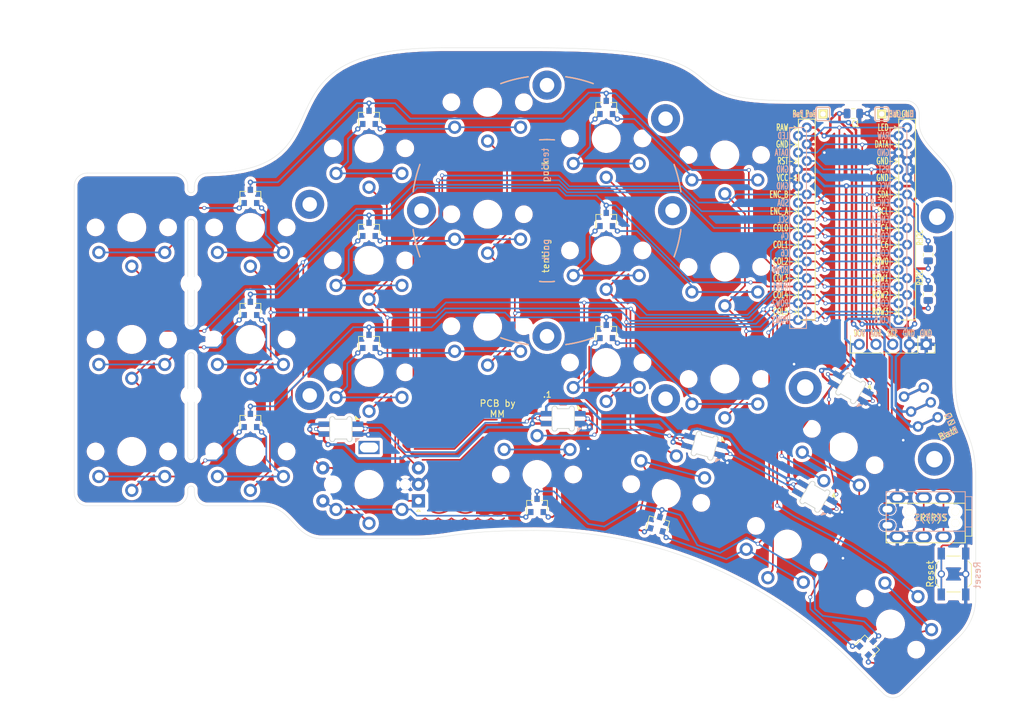
<source format=kicad_pcb>
(kicad_pcb (version 20211014) (generator pcbnew)
  (title_block (title "Hillside Keyboard") (date "2021-12-26") (rev "0.1.1-alpha") (company "mmccoyd") (comment 1 "A choc-spaced split keyboard with Ferris column stagger but more thumb and pinky keys."))
  (layers (0 "F.Cu" signal) (31 "B.Cu" signal) (36 "B.SilkS" user "B.Silkscreen") (37 "F.SilkS" user "F.Silkscreen") (38 "B.Mask" user) (39 "F.Mask" user) (44 "Edge.Cuts" user))
  (net 0 "")
  (net 1 "row0")
  (net 2 "col0")
  (net 3 "row1")
  (net 4 "row2")
  (net 5 "col1")
  (net 6 "col2")
  (net 7 "col3")
  (net 8 "row3")
  (net 9 "col4")
  (net 10 "col5")
  (net 11 "GND")
  (net 12 "reset")
  (net 13 "VCC")
  (net 14 "data")
  (net 15 "LED")
  (net 16 "Net-(D1-Pad2)")
  (net 17 "Net-(D2-Pad2)")
  (net 18 "Net-(D3-Pad2)")
  (net 19 "Net-(D4-Pad2)")
  (net 20 "unconnected-(D5-Pad2)")
  (net 21 "SDA")
  (net 22 "SCL")
  (net 23 "unconnected-(J2-PadR2)")
  (net 25 "enc_a")
  (net 26 "enc_b")
  (net 27 "Net-(D7-Pad1)")
  (net 28 "Net-(D7-Pad2)")
  (net 29 "Net-(D8-Pad1)")
  (net 30 "Net-(D8-Pad2)")
  (net 31 "Net-(D9-Pad1)")
  (net 32 "Net-(D9-Pad2)")
  (net 33 "Net-(D13-Pad2)")
  (net 34 "Net-(D13-Pad1)")
  (net 35 "Net-(D11-Pad2)")
  (net 36 "Net-(D11-Pad1)")
  (net 37 "Net-(D14-Pad2)")
  (net 38 "Net-(D14-Pad1)")
  (net 39 "Net-(D10-Pad2)")
  (net 40 "Net-(D10-Pad1)")
  (net 41 "Net-(D12-Pad2)")
  (net 42 "Net-(D12-Pad1)")
  (net 43 "Net-(D15-Pad2)")
  (net 44 "Net-(D15-Pad1)")
  (net 45 "Net-(D16-Pad2)")
  (net 46 "Net-(D16-Pad1)")
  (net 47 "Net-(D17-Pad2)")
  (net 48 "Net-(D17-Pad1)")
  (net 49 "Net-(D18-Pad2)")
  (net 50 "Net-(D18-Pad1)")
  (net 51 "bat+")
  (net 52 "raw")
  (net 53 "VCC_ACC")
  (net 54 "unconnected-(U1-Pad7)")
  (net 55 "unconnected-(U1-Pad8)")
  (footprint "hillside_basic:SK6812-MINI-E" (layer "F.Cu") (at 182.928032 115.138406 -15)
    (fp_text reference "D3")
    (fp_text value "SK6812-MINI-E" hide)
    (fp_line (start -0.9 -1.5) (end 0.9 -1.5) (layer "Edge.Cuts") (width 0.12))
    (fp_line (start 1.7 -1.5) (end 1.7 1.5) (layer "Edge.Cuts") (width 0.12))
    (fp_line (start -1.7 1.5) (end -1.7 -1.5) (layer "Edge.Cuts") (width 0.12))
    (fp_line (start 0.9 1.5) (end -0.9 1.5) (layer "Edge.Cuts") (width 0.12))
    (fp_arc (start -0.9 1.5) (mid -1.3 1.9) (end -1.7 1.5) (layer "Edge.Cuts") (width 0.12))
    (fp_arc (start -1.7 -1.5) (mid -1.3 -1.9) (end -0.9 -1.5) (layer "Edge.Cuts") (width 0.12))
    (fp_arc (start 0.9 -1.5) (mid 1.3 -1.9) (end 1.7 -1.5) (layer "Edge.Cuts") (width 0.12))
    (fp_arc (start 1.7 1.5) (mid 1.3 1.9) (end 0.9 1.5) (layer "Edge.Cuts") (width 0.12))
  )
  (footprint "hillside_basic:SK6812-MINI-E" (layer "F.Cu") (at 127.73 112.61)
    (fp_text reference "D5")
    (fp_text value "SK6812-MINI-E" hide)
    (fp_line (start -1.7 1.5) (end -1.7 -1.5) (layer "Edge.Cuts") (width 0.12))
    (fp_line (start -0.9 -1.5) (end 0.9 -1.5) (layer "Edge.Cuts") (width 0.12))
    (fp_line (start 1.7 -1.5) (end 1.7 1.5) (layer "Edge.Cuts") (width 0.12))
    (fp_line (start 0.9 1.5) (end -0.9 1.5) (layer "Edge.Cuts") (width 0.12))
    (fp_arc (start -1.7 -1.5) (mid -1.3 -1.9) (end -0.9 -1.5) (layer "Edge.Cuts") (width 0.12))
    (fp_arc (start -0.9 1.5) (mid -1.3 1.9) (end -1.7 1.5) (layer "Edge.Cuts") (width 0.12))
    (fp_arc (start 0.9 -1.5) (mid 1.3 -1.9) (end 1.7 -1.5) (layer "Edge.Cuts") (width 0.12))
    (fp_arc (start 1.7 1.5) (mid 1.3 1.9) (end 0.9 1.5) (layer "Edge.Cuts") (width 0.12))
  )
  (footprint "hillside_basic:SK6812-MINI-E" (layer "F.Cu") (at 199.667163 122.878879 -30)
    (fp_text reference "D2")
    (fp_text value "SK6812-MINI-E" hide)
    (fp_line (start -0.9 -1.5) (end 0.9 -1.5) (layer "Edge.Cuts") (width 0.12))
    (fp_line (start -1.7 1.5) (end -1.7 -1.5) (layer "Edge.Cuts") (width 0.12))
    (fp_line (start 1.7 -1.5) (end 1.7 1.5) (layer "Edge.Cuts") (width 0.12))
    (fp_line (start 0.9 1.5) (end -0.9 1.5) (layer "Edge.Cuts") (width 0.12))
    (fp_arc (start 0.9 -1.5) (mid 1.3 -1.9) (end 1.7 -1.5) (layer "Edge.Cuts") (width 0.12))
    (fp_arc (start -1.7 -1.5) (mid -1.3 -1.9) (end -0.9 -1.5) (layer "Edge.Cuts") (width 0.12))
    (fp_arc (start -0.9 1.5) (mid -1.3 1.9) (end -1.7 1.5) (layer "Edge.Cuts") (width 0.12))
    (fp_arc (start 1.7 1.5) (mid 1.3 1.9) (end 0.9 1.5) (layer "Edge.Cuts") (width 0.12))
  )
  (footprint "hillside:MJ-4PP-9" (layer "F.Cu") (at 210.48 126.86 90)
    (fp_text reference "J2")
    (fp_text value "TRRS" hide)
  )
  (footprint "hillside:ProMicro_v2" (layer "F.Cu") (at 206 81.32)
    (fp_text reference "U1" hide)
    (fp_text value "ProMicro_r" hide)
  )
  (footprint "hillside:Pimoroni_Trackball" (layer "F.Cu") (at 208 110.42 180)
    (fp_text reference "H2" hide)
    (fp_text value "Trackball")
  )
  (footprint "hillside:Tenting_Puck" (layer "F.Cu") (at 159.01 79.46)
    (fp_text reference "H1")
    (fp_text value "Mount_Tenting")
  )
  (footprint "hillside:pg1350-DR_rotary" (layer "F.Cu") (at 132 116.5 180)
    (fp_text reference "K20" hide)
    (fp_text value "SW_Rotary")
  )
  (footprint "hillside_basic:VIA-0.8mm" (layer "F.Cu") (at 196.5 102.75)
    (fp_text reference "V2" hide)
    (fp_text value "Via" hide)
  )
  (footprint "hillside_basic:SOT-23" (layer "F.Cu") (at 114 77.3 90)
    (fp_text reference "D7" hide)
    (fp_text value "BAV70" hide)
  )
  (footprint "hillside_basic:SOT-23" (layer "F.Cu") (at 114 111.3 90)
    (fp_text reference "D13" hide)
    (fp_text value "BAV70" hide)
  )
  (footprint "hillside:pg1350-R" (layer "F.Cu") (at 96 116 180)
    (fp_text reference "K13")
    (fp_text value "SW_Key" hide)
  )
  (footprint "hillside:pg1350-R" (layer "F.Cu") (at 114 116 180)
    (fp_text reference "K14")
    (fp_text value "SW_Key" hide)
  )
  (footprint "hillside_basic:SOT-23" (layer "F.Cu") (at 132 65.3 90)
    (fp_text reference "D8" hide)
    (fp_text value "BAV70" hide)
  )
  (footprint "hillside_basic:SOT-23" (layer "F.Cu") (at 114 94.3 90)
    (fp_text reference "D10" hide)
    (fp_text value "BAV70" hide)
  )
  (footprint "hillside:pg1350-R" (layer "F.Cu") (at 96 82 180)
    (fp_text reference "K1")
    (fp_text value "SW_Key" hide)
  )
  (footprint "hillside:pg1350-R" (layer "F.Cu") (at 132 70 180)
    (fp_text reference "K3")
    (fp_text value "SW_Key" hide)
  )
  (footprint "hillside:pg1350-R" (layer "F.Cu") (at 150 63 180)
    (fp_text reference "K4")
    (fp_text value "SW_Key" hide)
  )
  (footprint "hillside:pg1350-R" (layer "F.Cu") (at 114 99 180)
    (fp_text reference "K8")
    (fp_text value "SW_Key" hide)
  )
  (footprint "hillside_basic:SOT-23" (layer "F.Cu") (at 132 82.3 90)
    (fp_text reference "D11" hide)
    (fp_text value "BAV70" hide)
  )
  (footprint "hillside:pg1350-R" (layer "F.Cu") (at 132 87 180)
    (fp_text reference "K9")
    (fp_text value "SW_Key" hide)
  )
  (footprint "hillside:pg1350-R" (layer "F.Cu") (at 150 80 180)
    (fp_text reference "K10")
    (fp_text value "SW_Key" hide)
  )
  (footprint "hillside:pg1350-R" (layer "F.Cu") (at 132 104 180)
    (fp_text reference "K15")
    (fp_text value "SW_Key" hide)
  )
  (footprint "hillside:pg1350-R" (layer "F.Cu") (at 150 97 180)
    (fp_text reference "K16")
    (fp_text value "SW_Key" hide)
  )
  (footprint "hillside_basic:SOT-23" (layer "F.Cu") (at 132 99.3 90)
    (fp_text reference "D14" hide)
    (fp_text value "BAV70" hide)
  )
  (footprint "hillside_basic:SOT-23" (layer "F.Cu") (at 168 63.8 90)
    (fp_text reference "D9" hide)
    (fp_text value "BAV70" hide)
  )
  (footprint "hillside_basic:SOT-23" (layer "F.Cu") (at 168 80.8 90)
    (fp_text reference "D12" hide)
    (fp_text value "BAV70" hide)
  )
  (footprint "hillside_basic:SOT-23" (layer "F.Cu") (at 168 97.8 90)
    (fp_text reference "D15" hide)
    (fp_text value "BAV70" hide)
  )
  (footprint "hillside:pg1350-R" (layer "F.Cu") (at 168 68.5 180)
    (fp_text reference "K5")
    (fp_text value "SW_Key" hide)
  )
  (footprint "hillside:pg1350-R" (layer "F.Cu") (at 186 71 180)
    (fp_text reference "K6")
    (fp_text value "SW_Key" hide)
  )
  (footprint "hillside:pg1350-R" (layer "F.Cu") (at 168 85.5 180)
    (fp_text reference "K11")
    (fp_text value "SW_Key" hide)
  )
  (footprint "hillside:pg1350-R" (layer "F.Cu") (at 186 88 180)
    (fp_text reference "K12")
    (fp_text value "SW_Key" hide)
  )
  (footprint "hillside:pg1350-R" (layer "F.Cu") (at 168 102.5 180)
    (fp_text reference "K17")
    (fp_text value "SW_Key" hide)
  )
  (footprint "hillside:pg1350-R" (layer "F.Cu") (at 186 105 180)
    (fp_text reference "K18")
    (fp_text value "SW_Key" hide)
  )
  (footprint "hillside:pg1350-R" (layer "F.Cu") (at 157.5 119.5)
    (fp_text reference "K21")
    (fp_text value "SW_Key" hide)
  )
  (footprint "hillside:pg1350-R" (layer "F.Cu") (at 114 82 180)
    (fp_text reference "K2")
    (fp_text value "SW_Key" hide)
  )
  (footprint "hillside_basic:SOT-23" (layer "F.Cu") (at 175.893551 126.926517 75)
    (fp_text reference "D17" hide)
    (fp_text value "BAV70" hide)
  )
  (footprint "hillside:pg1350-R" (layer "F.Cu") (at 177.110001 122.386666 -15)
    (fp_text reference "K22")
    (fp_text value "SW_Key" hide)
  )
  (footprint "hillside:pg1350-R" (layer "F.Cu") (at 195.478277 130.04992 150)
    (fp_text reference "K23")
    (fp_text value "SW_Key" hide)
  )
  (footprint "hillside_basic:SOT-23" (layer "F.Cu") (at 207.816946 145.51465 45)
    (fp_text reference "D18" hide)
    (fp_text value "BAV70" hide)
  )
  (footprint "hillside_basic:SOT-23" (layer "F.Cu") (at 157.5 124.2 90)
    (fp_text reference "D16" hide)
    (fp_text value "BAV70" hide)
  )
  (footprint "hillside:pg1350-R" (layer "F.Cu") (at 203.978277 115.327488 150)
    (fp_text reference "K19")
    (fp_text value "SW_Key" hide)
  )
  (footprint "hillside:pg1350-R" (layer "F.Cu") (at 211.140348 142.191248 -45)
    (fp_text reference "K24")
    (fp_text value "SW_Key" hide)
  )
  (footprint "hillside_basic:SK6812-MINI-E" (layer "F.Cu") (at 161.468488 111.015922)
    (fp_text reference "D4")
    (fp_text value "SK6812-MINI-E" hide)
    (fp_line (start 1.7 -1.5) (end 1.7 1.5) (layer "Edge.Cuts") (width 0.12))
    (fp_line (start 0.9 1.5) (end -0.9 1.5) (layer "Edge.Cuts") (width 0.12))
    (fp_line (start -0.9 -1.5) (end 0.9 -1.5) (layer "Edge.Cuts") (width 0.12))
    (fp_line (start -1.7 1.5) (end -1.7 -1.5) (layer "Edge.Cuts") (width 0.12))
    (fp_arc (start 0.9 -1.5) (mid 1.3 -1.9) (end 1.7 -1.5) (layer "Edge.Cuts") (width 0.12))
    (fp_arc (start -0.9 1.5) (mid -1.3 1.9) (end -1.7 1.5) (layer "Edge.Cuts") (width 0.12))
    (fp_arc (start 1.7 1.5) (mid 1.3 1.9) (end 0.9 1.5) (layer "Edge.Cuts") (width 0.12))
    (fp_arc (start -1.7 -1.5) (mid -1.3 -1.9) (end -0.9 -1.5) (layer "Edge.Cuts") (width 0.12))
  )
  (footprint "hillside_basic:SK6812-MINI-E" (layer "F.Cu") (at 205.101456 106.392398 -30)
    (fp_text reference "D1")
    (fp_text value "SK6812-MINI-E" hide)
    (fp_line (start 1.7 -1.5) (end 1.7 1.5) (layer "Edge.Cuts") (width 0.12))
    (fp_line (start -0.9 -1.5) (end 0.9 -1.5) (layer "Edge.Cuts") (width 0.12))
    (fp_line (start 0.9 1.5) (end -0.9 1.5) (layer "Edge.Cuts") (width 0.12))
    (fp_line (start -1.7 1.5) (end -1.7 -1.5) (layer "Edge.Cuts") (width 0.12))
    (fp_arc (start -0.9 1.5) (mid -1.3 1.9) (end -1.7 1.5) (layer "Edge.Cuts") (width 0.12))
    (fp_arc (start -1.7 -1.5) (mid -1.3 -1.9) (end -0.9 -1.5) (layer "Edge.Cuts") (width 0.12))
    (fp_arc (start 0.9 -1.5) (mid 1.3 -1.9) (end 1.7 -1.5) (layer "Edge.Cuts") (width 0.12))
    (fp_arc (start 1.7 1.5) (mid 1.3 1.9) (end 0.9 1.5) (layer "Edge.Cuts") (width 0.12))
  )
  (footprint "hillside_basic:1pin_conn" (layer "F.Cu") (at 209.8 64.79)
    (fp_text reference "J4")
    (fp_text value "Bat_GND")
  )
  (footprint "Jumper:SolderJumper-2_P1.3mm_Bridged_RoundedPad1.0x1.5mm" (layer "F.Cu") (at 218.18 74.87 -90)
    (fp_text reference "JP1")
    (fp_text value "VccJumper")
  )
  (footprint "hillside_basic:R_0805_2012Metric" (layer "F.Cu") (at 216.86 86.15 90)
    (fp_text reference "R2")
    (fp_text value "R:I2C")
  )
  (footprint "hillside:Pimoroni_Haptic" (layer "F.Cu") (at 211.475 88.64)
    (fp_text reference "J1" hide)
    (fp_text value "Haptic" hide)
  )
  (footprint "hillside_basic:VIA-0.8mm" (layer "F.Cu") (at 213.07 114.29 90)
    (fp_text reference "V3" hide)
    (fp_text value "Via" hide)
  )
  (footprint "hillside_basic:VIA-0.8mm" (layer "F.Cu") (at 203.92 132.2)
    (fp_text reference "V4" hide)
    (fp_text value "Via" hide)
  )
  (footprint "hillside_basic:VIA-0.8mm" (layer "F.Cu") (at 165.25 115.6)
    (fp_text reference "V5" hide)
    (fp_text value "Via" hide)
  )
  (footprint "hillside_basic:C_0805_2012Metric" (layer "F.Cu") (at 205.5 64.72)
    (fp_text reference "C1")
    (fp_text value "4u7")
  )
  (footprint "hillside_basic:SW_SPST_SKQG_WithStem" (layer "F.Cu") (at 220.7 134.6 90)
    (fp_text reference "SW1")
    (fp_text value "Reset")
  )
  (footprint "hillside:pg1350-R" (layer "F.Cu") (at 96 99 180)
    (fp_text reference "K7")
    (fp_text value "SW_Key" hide)
  )
  (footprint "hillside_basic:SW_SPDT_JS202011AQN" (layer "F.Cu") (at 215.75 109.25 -65)
    (fp_text reference "SW2")
    (fp_text value "SW_Power" hide)
  )
  (footprint "hillside:Hillside_Logo" (layer "F.Cu") (at 145.11 118.87)
    (fp_text reference "H3")
    (fp_text value "Logo")
  )
  (footprint "MountingHole:MountingHole_2.2mm_M2_Pad" (layer "F.Cu") (at 123 78.5)
    (fp_text reference "H4")
    (fp_text value "MountHole")
  )
  (footprint "MountingHole:MountingHole_2.2mm_M2_Pad" (layer "F.Cu") (at 123 107.5)
    (fp_text reference "H5")
    (fp_text value "MountHole")
  )
  (footprint "MountingHole:MountingHole_2.2mm_M2" (layer "F.Cu") (at 105 90.5)
    (fp_text reference "H6")
    (fp_text value "MountHole")
  )
  (footprint "MountingHole:MountingHole_2.2mm_M2" (layer "F.Cu") (at 105 107.5)
    (fp_text reference "H7")
    (fp_text value "MountHole")
  )
  (footprint "MountingHole:MountingHole_2.2mm_M2_Pad" (layer "F.Cu") (at 177 108)
    (fp_text reference "H8")
    (fp_text value "MountHole")
  )
  (footprint "MountingHole:MountingHole_2.2mm_M2_Pad" (layer "F.Cu") (at 177 65.5)
    (fp_text reference "H9")
    (fp_text value "MountHole")
  )
  (footprint "hillside_basic:R_0805_2012Metric" (layer "F.Cu") (at 216.86 92.17 90)
    (fp_text reference "R1")
    (fp_text value "R:I2C")
  )
  (footprint "hillside_basic:1pin_conn" (layer "F.Cu") (at 200.9 64.79)
    (fp_text reference "J3")
    (fp_text value "Bat_Pos")
  )
  (gr_line (start 157.75 54.75) (end 143.01 54.75) (layer "Edge.Cuts") (width 0.05))
  (gr_line (start 221.696144 144.003533) (end 212.945238 152.757324) (layer "Edge.Cuts") (width 0.05))
  (gr_arc (start 212.945238 152.757324) (mid 211.529771 153.363508) (end 210.1 152.79188) (layer "Edge.Cuts") (width 0.05))
  (gr_line (start 205.35 148.04188) (end 210.1 152.79188) (layer "Edge.Cuts") (width 0.05))
  (gr_line (start 87.25 75.75) (end 87.25 122.25) (layer "Edge.Cuts") (width 0.05))
  (gr_line (start 104.5 76.25) (end 104.5 75.75) (layer "Edge.Cuts") (width 0.05))
  (gr_arc (start 213.5 62.75) (mid 214.914214 63.335786) (end 215.5 64.75) (layer "Edge.Cuts") (width 0.05))
  (gr_arc (start 157 128) (mid 183.169636 133.208983) (end 205.35 148.04188) (layer "Edge.Cuts") (width 0.05))
  (gr_line (start 224.075326 138.290747) (end 224.075326 119.966984) (layer "Edge.Cuts") (width 0.05))
  (gr_arc (start 104.5 122.25) (mid 103.914214 123.664214) (end 102.5 124.25) (layer "Edge.Cuts") (width 0.05))
  (gr_line (start 125 129.25) (end 138.53 129.25) (layer "Edge.Cuts") (width 0.05))
  (gr_arc (start 104.5 101.5) (mid 105 101) (end 105.5 101.5) (layer "Edge.Cuts") (width 0.05))
  (gr_line (start 105.5 101.5) (end 105.5 116.75) (layer "Edge.Cuts") (width 0.05))
  (gr_arc (start 224.075326 138.290747) (mid 223.453907 141.383764) (end 221.696144 144.003533) (layer "Edge.Cuts") (width 0.05))
  (gr_line (start 221 105.51) (end 221 75.795534) (layer "Edge.Cuts") (width 0.05))
  (gr_line (start 104.5 96.5) (end 104.5 81.25) (layer "Edge.Cuts") (width 0.05))
  (gr_curve (pts (xy 195.5 62.75) (xy 175 62.75) (xy 192 54.75) (xy 157.75 54.75)) (layer "Edge.Cuts") (width 0.05))
  (gr_curve (pts (xy 143.01 54.75) (xy 112.5 54.75) (xy 130.5 73.5) (xy 107.5 73.75)) (layer "Edge.Cuts") (width 0.05))
  (gr_line (start 105.5 81.25) (end 105.5 96.5) (layer "Edge.Cuts") (width 0.05))
  (gr_line (start 102.5 73.75) (end 89.25 73.75) (layer "Edge.Cuts") (width 0.05))
  (gr_arc (start 104.5 121.75) (mid 105 121.25) (end 105.5 121.75) (layer "Edge.Cuts") (width 0.05))
  (gr_curve (pts (xy 221 75.795534) (xy 221 72.05) (xy 215.5 69.88) (xy 215.5 66.16)) (layer "Edge.Cuts") (width 0.05))
  (gr_arc (start 104.5 81.25) (mid 105 80.75) (end 105.5 81.25) (layer "Edge.Cuts") (width 0.05))
  (gr_arc (start 105.5 76.25) (mid 105 76.75) (end 104.5 76.25) (layer "Edge.Cuts") (width 0.05))
  (gr_line (start 104.5 122.25) (end 104.5 121.75) (layer "Edge.Cuts") (width 0.05))
  (gr_line (start 102.5 124.25) (end 89.25 124.25) (layer "Edge.Cuts") (width 0.05))
  (gr_arc (start 89.25 124.25) (mid 87.835786 123.664214) (end 87.25 122.25) (layer "Edge.Cuts") (width 0.05))
  (gr_line (start 215.5 64.75) (end 215.5 66.16) (layer "Edge.Cuts") (width 0.05))
  (gr_curve (pts (xy 125 129.25) (xy 120.42 129.25) (xy 120.42 124.25) (xy 115.86 124.25)) (layer "Edge.Cuts") (width 0.05))
  (gr_curve (pts (xy 224.075326 119.966984) (xy 224.075326 112.5) (xy 221 112.5) (xy 221 105.51)) (layer "Edge.Cuts") (width 0.05))
  (gr_arc (start 102.5 73.75) (mid 103.914214 74.335786) (end 104.5 75.75) (layer "Edge.Cuts") (width 0.05))
  (gr_line (start 104.5 116.75) (end 104.5 101.5) (layer "Edge.Cuts") (width 0.05))
  (gr_arc (start 105.5 75.75) (mid 106.085786 74.335786) (end 107.5 73.75) (layer "Edge.Cuts") (width 0.05))
  (gr_line (start 115.86 124.25) (end 107.5 124.25) (layer "Edge.Cuts") (width 0.05))
  (gr_line (start 105.5 121.75) (end 105.5 122.25) (layer "Edge.Cuts") (width 0.05))
  (gr_line (start 105.5 76.25) (end 105.5 75.75) (layer "Edge.Cuts") (width 0.05))
  (gr_curve (pts (xy 157 128) (xy 144.5 128) (xy 144.58 129.25) (xy 138.53 129.25)) (layer "Edge.Cuts") (width 0.05))
  (gr_line (start 213.5 62.75) (end 195.5 62.75) (layer "Edge.Cuts") (width 0.05))
  (gr_arc (start 105.5 96.5) (mid 105 97) (end 104.5 96.5) (layer "Edge.Cuts") (width 0.05))
  (gr_arc (start 105.5 116.75) (mid 105 117.25) (end 104.5 116.75) (layer "Edge.Cuts") (width 0.05))
  (gr_arc (start 107.5 124.25) (mid 106.085786 123.664214) (end 105.5 122.25) (layer "Edge.Cuts") (width 0.05))
  (gr_arc (start 87.25 75.75) (mid 87.835786 74.335786) (end 89.25 73.75) (layer "Edge.Cuts") (width 0.05))
  (gr_text "Hillside 0.1" (at 150.56 106.9) (layer "F.Cu") (effects (font (size 1.8 1.8) (thickness 0.27))))
  (gr_text ".1" (at 158.31 107.37) (layer "F.SilkS") (effects (font (size 0.9 0.9) (thickness 0.153)) (justify left)))
  (gr_text "PCB by\n  MM" (at 148.7 109.51) (layer "F.SilkS") (effects (font (size 1 1) (thickness 0.153)) (justify left)))
  (segment (start 189.639998 73.299998) (end 189.639998 84.239998) (width 0.254) (layer "F.Cu") (net 1))
  (segment (start 193.832 88.432) (end 197.11 88.432) (width 0.254) (layer "F.Cu") (net 1))
  (segment (start 197.11 88.432) (end 200.002 88.432) (width 0.254) (layer "F.Cu") (net 1))
  (segment (start 189.639998 84.239998) (end 193.832 88.432) (width 0.254) (layer "F.Cu") (net 1))
  (via (at 189.639998 73.299998) (size 0.6) (drill 0.4) (layers "F.Cu" "B.Cu") (net 1))
  (via (at 200.002 88.432) (size 0.6) (drill 0.4) (layers "F.Cu" "B.Cu") (net 1))
  (segment (start 213.6564 87.162) (end 201.272 87.162) (width 0.254) (layer "B.Cu") (net 1))
  (segment (start 130.16 63.15) (end 118.16 75.15) (width 0.254) (layer "B.Cu") (net 1))
  (segment (start 138.282999 65.472999) (end 135.96 63.15) (width 0.254) (layer "B.Cu") (net 1))
  (segment (start 165.32 61.55) (end 161.397001 65.472999) (width 0.254) (layer "B.Cu") (net 1))
  (segment (start 189.639996 73.3) (end 181.02 73.3) (width 0.254) (layer "B.Cu") (net 1))
  (segment (start 169.37 61.65) (end 168 61.65) (width 0.254) (layer "B.Cu") (net 1))
  (segment (start 161.397001 65.472999) (end 138.282999 65.472999) (width 0.254) (layer "B.Cu") (net 1))
  (segment (start 201.272 87.162) (end 200.002 88.432) (width 0.254) (layer "B.Cu") (net 1))
  (segment (start 189.639998 73.299998) (end 189.639996 73.3) (width 0.254) (layer "B.Cu") (net 1))
  (segment (start 118.16 75.15) (end 114 75.15) (width 0.254) (layer "B.Cu") (net 1))
  (segment (start 168 61.65) (end 167.9 61.55) (width 0.254) (layer "B.Cu") (net 1))
  (segment (start 181.02 73.3) (end 169.37 61.65) (width 0.254) (layer "B.Cu") (net 1))
  (segment (start 135.96 63.15) (end 132 63.15) (width 0.254) (layer "B.Cu") (net 1))
  (segment (start 167.9 61.55) (end 165.32 61.55) (width 0.254) (layer "B.Cu") (net 1))
  (segment (start 132 63.15) (end 130.16 63.15) (width 0.254) (layer "B.Cu") (net 1))
  (segment (start 122.027002 115.527002) (end 122.027002 110.932998) (width 0.254) (layer "F.Cu") (net 2))
  (segment (start 132 126.9) (end 128.04 122.94) (width 0.254) (layer "F.Cu") (net 2))
  (segment (start 106.8 97.7) (end 107 97.7) (width 0.254) (layer "F.Cu") (net 2))
  (segment (start 120.3 109.205996) (end 120.3 106.52) (width 0.254) (layer "F.Cu") (net 2))
  (segment (start 99.3 91.2) (end 96 87.9) (width 0.254) (layer "F.Cu") (net 2))
  (segment (start 99.3 97.5) (end 99.3 91.2) (width 0.254) (layer "F.Cu") (net 2))
  (segment (start 125 118.5) (end 126.414213 118.5) (width 0.254) (layer "F.Cu") (net 2))
  (segment (start 122.027002 110.932998) (end 120.3 109.205996) (width 0.254) (layer "F.Cu") (net 2))
  (segment (start 122.027002 104.792998) (end 122.027002 87.377002) (width 0.254) (layer "F.Cu") (net 2))
  (segment (start 99.21 108.11) (end 96 104.9) (width 0.254) (layer "F.Cu") (net 2))
  (segment (start 128.04 120.125787) (end 126.414213 118.5) (width 0.254) (layer "F.Cu") (net 2))
  (segment (start 96 121.9) (end 99.21 118.69) (width 0.254) (layer "F.Cu") (net 2))
  (segment (start 99.5 97.7) (end 106.8 97.7) (width 0.254) (layer "F.Cu") (net 2))
  (segment (start 120.3 106.52) (end 122.027002 104.792998) (width 0.254) (layer "F.Cu") (net 2))
  (segment (start 99.21 118.69) (end 99.21 108.11) (width 0.254) (layer "F.Cu") (net 2))
  (segment (start 198.4364 82.082) (end 199.972 82.082) (width 0.254) (layer "F.Cu") (net 2))
  (segment (start 128.04 122.94) (end 128.04 120.125787) (width 0.254) (layer "F.Cu") (net 2))
  (segment (start 99.3 97.5) (end 99.5 97.7) (width 0.254) (layer "F.Cu") (net 2))
  (segment (start 96 104.9) (end 99.3 101.6) (width 0.254) (layer "F.Cu") (net 2))
  (segment (start 125 118.5) (end 122.027002 115.527002) (width 0.254) (layer "F.Cu") (net 2))
  (segment (start 199.972 82.082) (end 201.24 83.35) (width 0.254) (layer "F.Cu") (net 2))
  (segment (start 99.3 101.6) (end 99.3 97.5) (width 0.254) (layer "F.Cu") (net 2))
  (segment (start 122.027002 87.377002) (end 121.96 87.31) (width 0.254) (layer "F.Cu") (net 2))
  (via (at 121.96 87.31) (size 0.6) (drill 0.4) (layers "F.Cu" "B.Cu") (net 2))
  (via (at 107 97.7) (size 0.6) (drill 0.4) (layers "F.Cu" "B.Cu") (net 2))
  (via (at 201.24 83.35) (size 0.6) (drill 0.4) (layers "F.Cu" "B.Cu") (net 2))
  (segment (start 184.369932 82.082) (end 178.965953 76.678021) (width 0.254) (layer "B.Cu") (net 2))
  (segment (start 117.88 91.39) (end 121.96 87.31) (width 0.254) (layer "B.Cu") (net 2))
  (segment (start 201.242 83.352) (end 201.24 83.35) (width 0.254) (layer "B.Cu") (net 2))
  (segment (start 162.033884 76.67802) (end 160.892866 75.537002) (width 0.254) (layer "B.Cu") (net 2))
  (segment (start 212.35 83.352) (end 201.242 83.352) (width 0.254) (layer "B.Cu") (net 2))
  (segment (start 178.965953 76.678021) (end 162.033884 76.67802) (width 0.254) (layer "B.Cu") (net 2))
  (segment (start 107 97.7) (end 113.31 91.39) (width 0.254) (layer "B.Cu") (net 2))
  (segment (start 160.892866 75.537002) (end 138.772998 75.537002) (width 0.254) (layer "B.Cu") (net 2))
  (segment (start 198.4364 82.082) (end 184.369932 82.082) (width 0.254) (layer "B.Cu") (net 2))
  (segment (start 113.31 91.39) (end 117.88 91.39) (width 0.254) (layer "B.Cu") (net 2))
  (segment (start 138.772998 75.537002) (end 135.11 79.2) (width 0.254) (layer "B.Cu") (net 2))
  (segment (start 130.07 79.2) (end 121.96 87.31) (width 0.254) (layer "B.Cu") (net 2))
  (segment (start 135.11 79.2) (end 130.07 79.2) (width 0.254) (layer "B.Cu") (net 2))
  (segment (start 199.982002 90.972) (end 200.000002 90.99) (width 0.254) (layer "F.Cu") (net 3))
  (segment (start 197.11 90.972) (end 199.982002 90.972) (width 0.254) (layer "F.Cu") (net 3))
  (segment (start 189.91 90.34) (end 191.84 90.34) (width 0.254) (layer "F.Cu") (net 3))
  (segment (start 191.84 90.34) (end 192.472 90.972) (width 0.254) (layer "F.Cu") (net 3))
  (segment (start 192.472 90.972) (end 197.11 90.972) (width 0.254) (layer "F.Cu") (net 3))
  (via (at 189.91 90.34) (size 0.6) (drill 0.4) (layers "F.Cu" "B.Cu") (net 3))
  (via (at 200.000002 90.99) (size 0.6) (drill 0.4) (layers "F.Cu" "B.Cu") (net 3))
  (segment (start 213.6564 89.702) (end 201.288002 89.702) (width 0.254) (layer "B.Cu") (net 3))
  (segment (start 118.067962 92.15) (end 114 92.15) (width 0.254) (layer "B.Cu") (net 3))
  (segment (start 135.17 80.15) (end 132 80.15) (width 0.254) (layer "B.Cu") (net 3))
  (segment (start 161.883796 77.17) (end 160.704809 75.991013) (width 0.254) (layer "B.Cu") (net 3))
  (segment (start 201.288002 89.702) (end 200.000002 90.99) (width 0.254) (layer "B.Cu") (net 3))
  (segment (start 166.52 77.17) (end 161.883796 77.17) (width 0.254) (layer "B.Cu") (net 3))
  (segment (start 132 80.15) (end 130.067962 80.15) (width 0.254) (layer "B.Cu") (net 3))
  (segment (start 169.408038 78.65) (end 168 78.65) (width 0.254) (layer "B.Cu") (net 3))
  (segment (start 189.91 90.34) (end 181.098038 90.34) (width 0.254) (layer "B.Cu") (net 3))
  (segment (start 139.328987 75.991013) (end 135.17 80.15) (width 0.254) (layer "B.Cu") (net 3))
  (segment (start 130.067962 80.15) (end 118.067962 92.15) (width 0.254) (layer "B.Cu") (net 3))
  (segment (start 181.098038 90.34) (end 169.408038 78.65) (width 0.254) (layer "B.Cu") (net 3))
  (segment (start 168 78.65) (end 166.52 77.17) (width 0.254) (layer "B.Cu") (net 3))
  (segment (start 160.704809 75.991013) (end 139.328987 75.991013) (width 0.254) (layer "B.Cu") (net 3))
  (segment (start 197.11 93.512) (end 199.988 93.512) (width 0.254) (layer "F.Cu") (net 4))
  (segment (start 199.988 93.512) (end 200.01 93.49) (width 0.254) (layer "F.Cu") (net 4))
  (via (at 200.01 93.49) (size 0.6) (drill 0.4) (layers "F.Cu" "B.Cu") (net 4))
  (segment (start 169.43 95.66) (end 170.86 97.09) (width 0.254) (layer "B.Cu") (net 4))
  (segment (start 213.6564 92.242) (end 201.258 92.242) (width 0.254) (layer "B.Cu") (net 4))
  (segment (start 191.39 97.09) (end 194.968 93.512) (width 0.254) (layer "B.Cu") (net 4))
  (segment (start 114 109.15) (end 117.6 109.15) (width 0.254) (layer "B.Cu") (net 4))
  (segment (start 129.6 97.15) (end 132 97.15) (width 0.254) (layer "B.Cu") (net 4))
  (segment (start 168 95.65) (end 168.01 95.66) (width 0.254) (layer "B.Cu") (net 4))
  (segment (start 143.686521 94.923479) (end 152.653479 94.923479) (width 0.254) (layer "B.Cu") (net 4))
  (segment (start 201.258 92.242) (end 200.01 93.49) (width 0.254) (layer "B.Cu") (net 4))
  (segment (start 132 97.15) (end 141.46 97.15) (width 0.254) (layer "B.Cu") (net 4))
  (segment (start 141.46 97.15) (end 143.686521 94.923479) (width 0.254) (layer "B.Cu") (net 4))
  (segment (start 170.86 97.09) (end 191.39 97.09) (width 0.254) (layer "B.Cu") (net 4))
  (segment (start 194.968 93.512) (end 197.11 93.512) (width 0.254) (layer "B.Cu") (net 4))
  (segment (start 168.01 95.66) (end 169.43 95.66) (width 0.254) (layer "B.Cu") (net 4))
  (segment (start 153.38 95.65) (end 168 95.65) (width 0.254) (layer "B.Cu") (net 4))
  (segment (start 117.6 109.15) (end 129.6 97.15) (width 0.254) (layer "B.Cu") (net 4))
  (segment (start 152.653479 94.923479) (end 153.38 95.65) (width 0.254) (layer "B.Cu") (net 4))
  (segment (start 116.98 118.92) (end 116.98 107.88) (width 0.254) (layer "F.Cu") (net 5))
  (segment (start 199.901998 84.622) (end 201.17 85.890002) (width 0.254) (layer "F.Cu") (net 5))
  (segment (start 114 121.9) (end 116.98 118.92) (width 0.254) (layer "F.Cu") (net 5))
  (segment (start 166.61 109.8) (end 164.65 107.84) (width 0.254) (layer "F.Cu") (net 5))
  (segment (start 116.98 107.88) (end 114 104.9) (width 0.254) (layer "F.Cu") (net 5))
  (segment (start 117.08 91.05) (end 117.08 94.9) (width 0.254) (layer "F.Cu") (net 5))
  (segment (start 117.08 101.79) (end 117.08 94.9) (width 0.254) (layer "F.Cu") (net 5))
  (segment (start 114.02 87.99) (end 117.08 91.05) (width 0.254) (layer "F.Cu") (net 5))
  (segment (start 164.65 107.84) (end 164.65 93.42) (width 0.254) (layer "F.Cu") (net 5))
  (segment (start 198.4364 84.622) (end 199.901998 84.622) (width 0.254) (layer "F.Cu") (net 5))
  (segment (start 166.61 113.05) (end 166.61 109.8) (width 0.254) (layer "F.Cu") (net 5))
  (segment (start 166.2 113.46) (end 166.61 113.05) (width 0.254) (layer "F.Cu") (net 5))
  (segment (start 117.08 101.82) (end 117.08 101.79) (width 0.254) (layer "F.Cu") (net 5))
  (segment (start 114 104.9) (end 117.08 101.82) (width 0.254) (layer "F.Cu") (net 5))
  (via (at 117.08 94.9) (size 0.6) (drill 0.4) (layers "F.Cu" "B.Cu") (net 5))
  (via (at 201.17 85.890002) (size 0.6) (drill 0.4) (layers "F.Cu" "B.Cu") (net 5))
  (via (at 164.65 93.42) (size 0.6) (drill 0.4) (layers "F.Cu" "B.Cu") (net 5))
  (via (at 166.2 113.46) (size 0.6) (drill 0.4) (layers "F.Cu" "B.Cu") (net 5))
  (segment (start 192.985 91.715) (end 189.434011 95.265989) (width 0.254) (layer "B.Cu") (net 5))
  (segment (start 166.06 113.6) (end 166.2 113.46) (width 0.254) (layer "B.Cu") (net 5))
  (segment (start 172.277964 93.42) (end 164.65 93.42) (width 0.254) (layer "B.Cu") (net 5))
  (segment (start 142.17 94.9) (end 143.67704 93.39296) (width 0.254) (layer "B.Cu") (net 5))
  (segment (start 157.5 113.6) (end 166.06 113.6) (width 0.254) (layer "B.Cu") (net 5))
  (segment (start 189.434011 95.265989) (end 174.123953 95.265989) (width 0.254) (layer "B.Cu") (net 5))
  (segment (start 193.978 84.622) (end 192.985 85.615) (width 0.254) (layer "B.Cu") (net 5))
  (segment (start 174.123953 95.265989) (end 172.277964 93.42) (width 0.254) (layer "B.Cu") (net 5))
  (segment (start 212.35 85.892) (end 201.171998 85.892) (width 0.254) (layer "B.Cu") (net 5))
  (segment (start 117.08 94.9) (end 142.17 94.9) (width 0.254) (layer "B.Cu") (net 5))
  (segment (start 201.171998 85.892) (end 201.17 85.890002) (width 0.254) (layer "B.Cu") (net 5))
  (segment (start 192.985 85.615) (end 192.985 91.715) (width 0.254) (layer "B.Cu") (net 5))
  (segment (start 164.62296 93.39296) (end 164.65 93.42) (width 0.254) (layer "B.Cu") (net 5))
  (segment (start 143.67704 93.39296) (end 164.62296 93.39296) (width 0.254) (layer "B.Cu") (net 5))
  (segment (start 198.4364 84.622) (end 193.978 84.622) (width 0.254) (layer "B.Cu") (net 5))
  (segment (start 132 109.9) (end 134.79 107.11) (width 0.254) (layer "F.Cu") (net 6))
  (segment (start 134.79 95.69) (end 132 92.9) (width 0.254) (layer "F.Cu") (net 6))
  (segment (start 171.673489 94.406511) (end 171.673489 112.423489) (width 0.254) (layer "F.Cu") (net 6))
  (segment (start 134.79 107.11) (end 134.79 95.69) (width 0.254) (layer "F.Cu") (net 6))
  (segment (start 134.7 78.6) (end 132 75.9) (width 0.254) (layer "F.Cu") (net 6))
  (segment (start 198.4364 87.162) (end 199.892 87.162) (width 0.254) (layer "F.Cu") (net 6))
  (segment (start 171.73 94.35) (end 171.673489 94.406511) (width 0.254) (layer "F.Cu") (net 6))
  (segment (start 199.892 87.162) (end 201.16 88.43) (width 0.254) (layer "F.Cu") (net 6))
  (segment (start 132 92.9) (end 134.7 90.2) (width 0.254) (layer "F.Cu") (net 6))
  (segment (start 171.72 112.47) (end 178.637033 116.687704) (width 0.254) (layer "F.Cu") (net 6))
  (segment (start 134.7 90.2) (end 134.7 78.6) (width 0.254) (layer "F.Cu") (net 6))
  (segment (start 171.673489 112.423489) (end 171.72 112.47) (width 0.254) (layer "F.Cu") (net 6))
  (via (at 171.73 94.35) (size 0.6) (drill 0.4) (layers "F.Cu" "B.Cu") (net 6))
  (via (at 201.16 88.43) (size 0.6) (drill 0.4) (layers "F.Cu" "B.Cu") (net 6))
  (via (at 134.789992 95.69) (size 0.6) (drill 0.4) (layers "F.Cu" "B.Cu") (net 6))
  (segment (start 201.162 88.432) (end 201.16 88.43) (width 0.254) (layer "B.Cu") (net 6))
  (segment (start 143.54 94.3) (end 142.15 95.69) (width 0.254) (layer "B.Cu") (net 6))
  (segment (start 171.68 94.3) (end 143.54 94.3) (width 0.254) (layer "B.Cu") (net 6))
  (segment (start 212.35 88.432) (end 201.162 88.432) (width 0.254) (layer "B.Cu") (net 6))
  (segment (start 189.621374 95.72) (end 173.1 95.72) (width 0.254) (layer "B.Cu") (net 6))
  (segment (start 142.15 95.69) (end 134.789992 95.69) (width 0.254) (layer "B.Cu") (net 6))
  (segment (start 194.738 87.162) (end 193.6 88.3) (width 0.254) (layer "B.Cu") (net 6))
  (segment (start 193.6 88.3) (end 193.6 91.741374) (width 0.254) (layer "B.Cu") (net 6))
  (segment (start 193.6 91.741374) (end 189.621374 95.72) (width 0.254) (layer "B.Cu") (net 6))
  (segment (start 198.4364 87.162) (end 194.738 87.162) (width 0.254) (layer "B.Cu") (net 6))
  (segment (start 171.73 94.35) (end 171.68 94.3) (width 0.254) (layer "B.Cu") (net 6))
  (segment (start 173.1 95.72) (end 171.73 94.35) (width 0.254) (layer "B.Cu") (net 6))
  (segment (start 154.13 94.9735) (end 154.13 90.03) (width 0.254) (layer "F.Cu") (net 7))
  (segment (start 150 85.9) (end 152.95 82.95) (width 0.254) (layer "F.Cu") (net 7))
  (segment (start 154.18 95.0235) (end 154.13 94.9735) (width 0.254) (layer "F.Cu") (net 7))
  (segment (start 152.95 71.85) (end 150 68.9) (width 0.254) (layer "F.Cu") (net 7))
  (segment (start 193.31 95.91) (end 193.31 131.31) (width 0.254) (layer "F.Cu") (net 7))
  (segment (start 193.31 131.31) (end 193.26 133.95) (width 0.254) (layer "F.Cu") (net 7))
  (segment (start 198.4364 89.702) (end 199.891998 89.702) (width 0.254) (layer "F.Cu") (net 7))
  (segment (start 154.113724 98.786276) (end 150 102.9) (width 0.254) (layer "F.Cu") (net 7))
  (segment (start 154.18 95.0235) (end 154.113724 95.089776) (width 0.254) (layer "F.Cu") (net 7))
  (segment (start 154.13 90.03) (end 150 85.9) (width 0.254) (layer "F.Cu") (net 7))
  (segment (start 191.85 94.45) (end 193.31 95.91) (width 0.254) (layer "F.Cu") (net 7))
  (segment (start 193.26 133.95) (end 192.528276 135.15947) (width 0.254) (layer "F.Cu") (net 7))
  (segment (start 154.113724 95.089776) (end 154.113724 98.786276) (width 0.254) (layer "F.Cu") (net 7))
  (segment (start 199.891998 89.702) (end 201.16 90.970002) (width 0.254) (layer "F.Cu") (net 7))
  (segment (start 152.95 82.95) (end 152.95 71.85) (width 0.254) (layer "F.Cu") (net 7))
  (via (at 154.18 95.0235) (size 0.6) (drill 0.4) (layers "F.Cu" "B.Cu") (net 7))
  (via (at 191.85 94.45) (size 0.6) (drill 0.4) (layers "F.Cu" "B.Cu") (net 7))
  (via (at 201.16 90.970002) (size 0.6) (drill 0.4) (layers "F.Cu" "B.Cu") (net 7))
  (segment (start 212.35 90.972) (end 201.161998 90.972) (width 0.254) (layer "B.Cu") (net 7))
  (segment (start 195.398 89.702) (end 198.4364 89.702) (width 0.254) (layer "B.Cu") (net 7))
  (segment (start 194.828 90.272) (end 195.398 89.702) (width 0.254) (layer "B.Cu") (net 7))
  (segment (start 201.161998 90.972) (end 201.16 90.970002) (width 0.254) (layer "B.Cu") (net 7))
  (segment (start 194.828 91.472) (end 194.828 90.272) (width 0.254) (layer "B.Cu") (net 7))
  (segment (start 191.85 94.45) (end 190.12 96.18) (width 0.254) (layer "B.Cu") (net 7))
  (segment (start 154.3235 94.88) (end 154.18 95.0235) (width 0.254) (layer "B.Cu") (net 7))
  (segment (start 191.85 94.45) (end 194.828 91.472) (width 0.254) (layer "B.Cu") (net 7))
  (segment (start 170.43 94.88) (end 154.3235 94.88) (width 0.254) (layer "B.Cu") (net 7))
  (segment (start 171.73 96.18) (end 170.43 94.88) (width 0.254) (layer "B.Cu") (net 7))
  (segment (start 190.12 96.18) (end 171.73 96.18) (width 0.254) (layer "B.Cu") (net 7))
  (segment (start 192.726521 128.293479) (end 191.000151 130.019849) (width 0.254) (layer "F.Cu") (net 8))
  (segment (start 197.11 96.052) (end 199.928 96.052) (width 0.254) (layer "F.Cu") (net 8))
  (segment (start 192.726521 128.293479) (end 192.726521 98.076521) (width 0.254) (layer "F.Cu") (net 8))
  (segment (start 192.726521 98.076521) (end 192.61 97.96) (width 0.254) (layer "F.Cu") (net 8))
  (segment (start 199.928 96.052) (end 199.99 95.99) (width 0.254) (layer "F.Cu") (net 8))
  (via (at 199.99 95.99) (size 0.6) (drill 0.4) (layers "F.Cu" "B.Cu") (net 8))
  (via (at 192.61 97.96) (size 0.6) (drill 0.4) (layers "F.Cu" "B.Cu") (net 8))
  (via (at 191.000151 130.019849) (size 0.6) (drill 0.4) (layers "F.Cu" "B.Cu") (net 8))
  (segment (start 160.05 122.05) (end 165.25 126.99) (width 0.254) (layer "B.Cu") (net 8))
  (segment (start 179.21 125.66) (end 176.450012 124.849776) (width 0.254) (layer "B.Cu") (net 8))
  (segment (start 209.337226 143.99437) (end 207.141428 141.798572) (width 0.254) (layer "B.Cu") (net 8))
  (segment (start 199.58 135.1) (end 191.000151 130.019849) (width 0.254) (layer "B.Cu") (net 8))
  (segment (start 192.61 97.96) (end 194.518 96.052) (width 0.254) (layer "B.Cu") (net 8))
  (segment (start 181.82 130.21) (end 179.21 125.66) (width 0.254) (layer "B.Cu") (net 8))
  (segment (start 207.141428 141.798572) (end 200.87 140.94) (width 0.254) (layer "B.Cu") (net 8))
  (segment (start 194.518 96.052) (end 197.11 96.052) (width 0.254) (layer "B.Cu") (net 8))
  (segment (start 191.000151 130.019849) (end 189.29 129.07) (width 0.254) (layer "B.Cu") (net 8))
  (segment (start 185.26 131.4) (end 181.82 130.21) (width 0.254) (layer "B.Cu") (net 8))
  (segment (start 165.25 126.99) (end 167.71 127.4) (width 0.254) (layer "B.Cu") (net 8))
  (segment (start 201.198 94.782) (end 199.99 95.99) (width 0.254) (layer "B.Cu") (net 8))
  (segment (start 157.5 122.05) (end 160.05 122.05) (width 0.254) (layer "B.Cu") (net 8))
  (segment (start 199.68 139.9) (end 199.58 135.1) (width 0.254) (layer "B.Cu") (net 8))
  (segment (start 173.16 124.09) (end 176.450012 124.849776) (width 0.254) (layer "B.Cu") (net 8))
  (segment (start 167.71 127.4) (end 173.16 124.09) (width 0.254) (layer "B.Cu") (net 8))
  (segment (start 200.87 140.94) (end 199.68 139.9) (width 0.254) (layer "B.Cu") (net 8))
  (segment (start 213.6564 94.782) (end 201.198 94.782) (width 0.254) (layer "B.Cu") (net 8))
  (segment (start 189.29 129.07) (end 185.26 131.4) (width 0.254) (layer "B.Cu") (net 8))
  (segment (start 171.045999 94.445999) (end 171.045999 96.383359) (width 0.254) (layer "F.Cu") (net 9))
  (segment (start 168 91.4) (end 171.045999 94.445999) (width 0.254) (layer "F.Cu") (net 9))
  (segment (start 168 91.4) (end 171.18 88.22) (width 0.254) (layer "F.Cu") (net 9))
  (segment (start 193 94.35) (end 193.948 95.298) (width 0.254) (layer "F.Cu") (net 9))
  (segment (start 171.045999 105.354001) (end 171.045999 96.383359) (width 0.254) (layer "F.Cu") (net 9))
  (segment (start 198.4364 92.242) (end 200.002 92.242) (width 0.254) (layer "F.Cu") (net 9))
  (segment (start 168 108.4) (end 171.045999 105.354001) (width 0.254) (layer "F.Cu") (net 9))
  (segment (start 171.18 77.58) (end 168 74.4) (width 0.254) (layer "F.Cu") (net 9))
  (segment (start 193.948 124.202) (end 193.94 124.21) (width 0.254) (layer "F.Cu") (net 9))
  (segment (start 171.18 88.22) (end 171.18 77.58) (width 0.254) (layer "F.Cu") (net 9))
  (segment (start 193.948 95.298) (end 193.948 124.202) (width 0.254) (layer "F.Cu") (net 9))
  (segment (start 200.002 92.242) (end 201.28 93.52) (width 0.254) (layer "F.Cu") (net 9))
  (via (at 201.28 93.52) (size 0.6) (drill 0.4) (layers "F.Cu" "B.Cu") (net 9))
  (via (at 193.94 124.21) (size 0.6) (drill 0.4) (layers "F.Cu" "B.Cu") (net 9))
  (via (at 171.045999 96.383359) (size 0.6) (drill 0.4) (layers "F.Cu" "B.Cu") (net 9))
  (via (at 193 94.35) (size 0.6) (drill 0.4) (layers "F.Cu" "B.Cu") (net 9))
  (segment (start 193.94 124.21) (end 196.46 125.82) (width 0.254) (layer "B.Cu") (net 9))
  (segment (start 193 94.35) (end 195.108 92.242) (width 0.254) (layer "B.Cu") (net 9))
  (segment (start 171.298629 96.635989) (end 171.045999 96.383359) (width 0.254) (layer "B.Cu") (net 9))
  (segment (start 190.714011 96.635989) (end 171.298629 96.635989) (width 0.254) (layer "B.Cu") (net 9))
  (segment (start 193 94.35) (end 190.714011 96.635989) (width 0.254) (layer "B.Cu") (net 9))
  (segment (start 195.108 92.242) (end 198.4364 92.242) (width 0.254) (layer "B.Cu") (net 9))
  (segment (start 205.12 130.37) (end 210.17 133.68) (width 0.254) (layer "B.Cu") (net 9))
  (segment (start 212.35 93.512) (end 201.288 93.512) (width 0.254) (layer "B.Cu") (net 9))
  (segment (start 210.17 133.68) (end 215.312278 138.019318) (width 0.254) (layer "B.Cu") (net 9))
  (segment (start 201.288 93.512) (end 201.28 93.52) (width 0.254) (layer "B.Cu") (net 9))
  (segment (start 196.46 125.82) (end 205.12 130.37) (width 0.254) (layer "B.Cu") (net 9))
  (segment (start 195.98 94.79) (end 194.61 96.16) (width 0.254) (layer "F.Cu") (net 10))
  (segment (start 189.05 90.85) (end 189.05 79.95) (width 0.254) (layer "F.Cu") (net 10))
  (segment (start 198.4364 94.782) (end 200.002 94.782) (width 0.254) (layer "F.Cu") (net 10))
  (segment (start 189.24 107.66) (end 186 110.9) (width 0.254) (layer "F.Cu") (net 10))
  (segment (start 194.61 116.67) (end 194.62 116.68) (width 0.254) (layer "F.Cu") (net 10))
  (segment (start 186 93.9) (end 189.05 90.85) (width 0.254) (layer "F.Cu") (net 10))
  (segment (start 194.61 96.16) (end 194.61 116.67) (width 0.254) (layer "F.Cu") (net 10))
  (segment (start 195.99 94.79) (end 195.98 94.79) (width 0.254) (layer "F.Cu") (net 10))
  (segment (start 189.24 97.14) (end 189.24 107.66) (width 0.254) (layer "F.Cu") (net 10))
  (segment (start 189.05 79.95) (end 186 76.9) (width 0.254) (layer "F.Cu") (net 10))
  (segment (start 186 93.9) (end 189.24 97.14) (width 0.254) (layer "F.Cu") (net 10))
  (segment (start 200.002 94.782) (end 201.27 96.05) (width 0.254) (layer "F.Cu") (net 10))
  (via (at 195.99 94.79) (size 0.6) (drill 0.4) (layers "F.Cu" "B.Cu") (net 10))
  (via (at 194.62 116.68) (size 0.6) (drill 0.4) (layers "F.Cu" "B.Cu") (net 10))
  (via (at 189.24 97.76) (size 0.6) (drill 0.4) (layers "F.Cu" "B.Cu") (net 10))
  (via (at 201.27 96.05) (size 0.6) (drill 0.4) (layers "F.Cu" "B.Cu") (net 10))
  (segment (start 194.64 94.79) (end 191.67 97.76) (width 0.254) (layer "B.Cu") (net 10))
  (segment (start 211.588001 95.290001) (end 202.029999 95.290001) (width 0.254) (layer "B.Cu") (net 10))
  (segment (start 212.35 96.052) (end 211.588001 95.290001) (width 0.254) (layer "B.Cu") (net 10))
  (segment (start 191.67 97.76) (end 189.24 97.76) (width 0.254) (layer "B.Cu") (net 10))
  (segment (start 202.029999 95.290001) (end 201.27 96.05) (width 0.254) (layer "B.Cu") (net 10))
  (segment (start 195.99 94.79) (end 195.998 94.782) (width 0.254) (layer "B.Cu") (net 10))
  (segment (start 194.62 116.68) (end 201.028277 120.437038) (width 0.254) (layer "B.Cu") (net 10))
  (segment (start 195.998 94.782) (end 198.4364 94.782) (width 0.254) (layer "B.Cu") (net 10))
  (segment (start 195.99 94.79) (end 194.64 94.79) (width 0.254) (layer "B.Cu") (net 10))
  (segment (start 203.010309 123.908381) (end 202.250527 123.50436) (width 0.381) (layer "F.Cu") (net 11))
  (segment (start 203.737412 124.409002) (end 203.010309 123.908381) (width 0.381) (layer "F.Cu") (net 11))
  (segment (start 203.792123 125.21424) (end 203.737412 124.409002) (width 0.381) (layer "F.Cu") (net 11))
  (segment (start 165.455922 110.265922) (end 165.884078 110.694078) (width 0.381) (layer "F.Cu") (net 11))
  (segment (start 164.018488 110.265922) (end 165.455922 110.265922) (width 0.381) (layer "F.Cu") (net 11))
  (segment (start 165.884078 111.881374) (end 165.452687 112.312765) (width 0.381) (layer "F.Cu") (net 11))
  (segment (start 165.884078 110.694078) (end 165.884078 111.881374) (width 0.381) (layer "F.Cu") (net 11))
  (segment (start 209.14 107.89) (end 207.684821 107.017879) (width 0.381) (layer "F.Cu") (net 11))
  (segment (start 209.44 108.95) (end 209.14 107.89) (width 0.381) (layer "F.Cu") (net 11))
  (segment (start 201.1 70.65) (end 200.122 69.382) (width 0.381) (layer "F.Cu") (net 11))
  (segment (start 131.790406 111.86) (end 130.28 111.86) (width 0.381) (layer "F.Cu") (net 11))
  (segment (start 186.374361 117.715639) (end 187.104361 117.575639) (width 0.381) (layer "F.Cu") (net 11))
  (segment (start 198.998 73.192) (end 201.1 71.09) (width 0.381) (layer "F.Cu") (net 11))
  (segment (start 187.694361 116.365639) (end 187.05 115.51) (width 0.381) (layer "F.Cu") (net 11))
  (segment (start 187.104361 117.575639) (end 187.694361 116.365639) (width 0.381) (layer "F.Cu") (net 11))
  (segment (start 187.05 115.51) (end 185.585257 115.07395) (width 0.381) (layer "F.Cu") (net 11))
  (segment (start 200.122 69.382) (end 198.4364 69.382) (width 0.381) (layer "F.Cu") (net 11))
  (segment (start 132.149475 113.208678) (end 132.149475 112.219069) (width 0.381) (layer "F.Cu") (net 11))
  (segment (start 201.1 71.09) (end 201.1 70.65) (width 0.381) (layer "F.Cu") (net 11))
  (segment (start 131.899076 113.459076) (end 132.149475 113.208678) (width 0.381) (layer "F.Cu") (net 11))
  (segment (start 197.11 73.192) (end 198.998 73.192) (width 0.381) (layer "F.Cu") (net 11))
  (segment (start 132.149475 112.219069) (end 131.790406 111.86) (width 0.381) (layer "F.Cu") (net 11))
  (segment (start 197.11 73.192) (end 197.11 75.732) (width 0.381) (layer "F.Cu") (net 11))
  (via (at 203.792123 125.21424) (size 0.8) (drill 0.4) (layers "F.Cu" "B.Cu") (net 11))
  (via (at 165.452687 112.312765) (size 0.8) (drill 0.4) (layers "F.Cu" "B.Cu") (net 11))
  (via (at 209.44 108.95) (size 0.8) (drill 0.4) (layers "F.Cu" "B.Cu") (net 11))
  (via (at 131.899076 113.459076) (size 0.8) (drill 0.4) (layers "F.Cu" "B.Cu") (net 11))
  (via (at 186.374361 117.715639) (size 0.8) (drill 0.4) (layers "F.Cu" "B.Cu") (net 11))
  (via (at 201.1 70.65) (size 0.8) (drill 0.4) (layers "F.Cu" "B.Cu") (net 11))
  (segment (start 203.140712 125.542514) (end 202.690642 125.50206) (width 0.381) (layer "B.Cu") (net 11))
  (segment (start 202.690642 125.50206) (end 201.500526 124.803398) (width 0.381) (layer "B.Cu") (net 11))
  (segment (start 203.792123 125.21424) (end 203.140712 125.542514) (width 0.381) (layer "B.Cu") (net 11))
  (segment (start 209.44 108.95) (end 208.25 109.13) (width 0.381) (layer "B.Cu") (net 11))
  (segment (start 208.25 109.13) (end 206.934821 108.316917) (width 0.381) (layer "B.Cu") (net 11))
  (segment (start 131.461851 113.36) (end 130.28 113.36) (width 0.381) (layer "B.Cu") (net 11))
  (segment (start 164.905844 111.765922) (end 164.018488 111.765922) (width 0.381) (layer "B.Cu") (net 11))
  (segment (start 207.6 64.72) (end 208.39 65.51) (width 0.381) (layer "B.Cu") (net 11))
  (segment (start 201.1 70.65) (end 201.408 70.652) (width 0.381) (layer "B.Cu") (net 11))
  (segment (start 213.6564 71.922) (end 213.62 71.922) (width 0.381) (layer "B.Cu") (net 11))
  (segment (start 186.374361 117.715639) (end 185.904361 117.255639) (width 0.381) (layer "B.Cu") (net 11))
  (segment (start 213.62 71.922) (end 212.35 70.652) (width 0.381) (layer "B.Cu") (net 11))
  (segment (start 213.6564 74.462) (end 213.6564 71.922) (width 0.381) (layer "B.Cu") (net 11))
  (segment (start 207.6 64.72) (end 208.37 63.95) (width 0.381) (layer "B.Cu") (net 11))
  (segment (start 165.452687 112.312765) (end 164.905844 111.765922) (width 0.381) (layer "B.Cu") (net 11))
  (segment (start 131.899076 113.459076) (end 131.461851 113.36) (width 0.381) (layer "B.Cu") (net 11))
  (segment (start 185.904361 117.255639) (end 185.197028 116.522839) (width 0.381) (layer "B.Cu") (net 11))
  (segment (start 201.408 70.652) (end 212.35 70.652) (width 0.381) (layer "B.Cu") (net 11))
  (segment (start 219.05 130.25) (end 218.85 130.45) (width 0.254) (layer "F.Cu") (net 12))
  (segment (start 208.25 95.780309) (end 208.478551 96.00886) (width 0.254) (layer "F.Cu") (net 12))
  (segment (start 220.22 121.72) (end 222.25 123.75) (width 0.254) (layer "F.Cu") (net 12))
  (segment (start 210.2 105.1) (end 211.34 106.24) (width 0.254) (layer "F.Cu") (net 12))
  (segment (start 208.25 73.2) (end 208.25 95.780309) (width 0.254) (layer "F.Cu") (net 12))
  (segment (start 211.34 118.04) (end 215.02 121.72) (width 0.254) (layer "F.Cu") (net 12))
  (segment (start 220.2 130.25) (end 219.05 130.25) (width 0.254) (layer "F.Cu") (net 12))
  (segment (start 218.85 130.45) (end 218.85 131.5) (width 0.254) (layer "F.Cu") (net 12))
  (segment (start 222.25 128.2) (end 220.2 130.25) (width 0.254) (layer "F.Cu") (net 12))
  (segment (start 211.34 106.24) (end 211.34 118.04) (width 0.254) (layer "F.Cu") (net 12))
  (segment (start 222.25 123.75) (end 222.25 128.2) (width 0.254) (layer "F.Cu") (net 12))
  (segment (start 208.478551 97.228551) (end 210.2 98.95) (width 0.254) (layer "F.Cu") (net 12))
  (segment (start 210.2 98.95) (end 210.2 105.1) (width 0.254) (layer "F.Cu") (net 12))
  (segment (start 215.02 121.72) (end 220.22 121.72) (width 0.254) (layer "F.Cu") (net 12))
  (segment (start 208.478551 96.00886) (end 208.478551 97.228551) (width 0.254) (layer "F.Cu") (net 12))
  (via (at 208.25 73.2) (size 0.6) (drill 0.4) (layers "F.Cu" "B.Cu") (net 12))
  (segment (start 199.722 71.922) (end 198.4364 71.922) (width 0.254) (layer "B.Cu") (net 12))
  (segment (start 208.258 73.192) (end 212.35 73.192) (width 0.254) (layer "B.Cu") (net 12))
  (segment (start 208.25 73.2) (end 208.242 73.192) (width 0.254) (layer "B.Cu") (net 12))
  (segment (start 208.242 73.192) (end 200.992 73.192) (width 0.254) (layer "B.Cu") (net 12))
  (segment (start 200.992 73.192) (end 199.722 71.922) (width 0.254) (layer "B.Cu") (net 12))
  (segment (start 208.25 73.2) (end 208.258 73.192) (width 0.254) (layer "B.Cu") (net 12))
  (segment (start 204.4 100.93) (end 210.25 106.78) (width 0.381) (layer "F.Cu") (net 13))
  (segment (start 212.35 75.732) (end 214.378 75.732) (width 0.381) (layer "F.Cu") (net 13))
  (segment (start 210.25 124.33) (end 210.68 124.76) (width 0.381) (layer "F.Cu") (net 13))
  (segment (start 214.93 73.22) (end 215.62 72.53) (width 0.381) (layer "F.Cu") (net 13))
  (segment (start 210.68 124.76) (end 210.68 127.21) (width 0.381) (layer "F.Cu") (net 13))
  (segment (start 204.45 75.71) (end 204.4 75.76) (width 0.381) (layer "F.Cu") (net 13))
  (segment (start 218.18 73.2) (end 218.18 74.22) (width 0.381) (layer "F.Cu") (net 13))
  (segment (start 210.25 106.78) (end 210.25 124.33) (width 0.381) (layer "F.Cu") (net 13))
  (segment (start 214.378 75.732) (end 214.93 75.18) (width 0.381) (layer "F.Cu") (net 13))
  (segment (start 214.93 75.18) (end 214.93 73.22) (width 0.381) (layer "F.Cu") (net 13))
  (segment (start 204.4 75.76) (end 204.4 100.93) (width 0.381) (layer "F.Cu") (net 13))
  (segment (start 217.51 72.53) (end 218.18 73.2) (width 0.381) (layer "F.Cu") (net 13))
  (segment (start 215.62 72.53) (end 217.51 72.53) (width 0.381) (layer "F.Cu") (net 13))
  (via (at 204.45 75.71) (size 0.8) (drill 0.4) (layers "F.Cu" "B.Cu") (net 13))
  (segment (start 201.12 75.72) (end 204.44 75.72) (width 0.381) (layer "B.Cu") (net 13))
  (segment (start 204.44 75.72) (end 204.45 75.71) (width 0.381) (layer "B.Cu") (net 13))
  (segment (start 212.35 75.732) (end 204.472 75.732) (width 0.381) (layer "B.Cu") (net 13))
  (segment (start 198.4364 74.462) (end 199.862 74.462) (width 0.381) (layer "B.Cu") (net 13))
  (segment (start 204.472 75.732) (end 204.45 75.71) (width 0.381) (layer "B.Cu") (net 13))
  (segment (start 199.862 74.462) (end 201.12 75.72) (width 0.381) (layer "B.Cu") (net 13))
  (segment (start 210.79 106.558129) (end 210.79 118.131374) (width 0.254) (layer "F.Cu") (net 14))
  (segment (start 216.18 123.01) (end 216.18 128.96) (width 0.254) (layer "F.Cu") (net 14))
  (segment (start 215.668626 123.01) (end 216.18 123.01) (width 0.254) (layer "F.Cu") (net 14))
  (segment (start 207.571511 103.33964) (end 210.79 106.558129) (width 0.254) (layer "F.Cu") (net 14))
  (segment (start 207.571511 96.384568) (end 207.571511 103.33964) (width 0.254) (layer "F.Cu") (net 14))
  (segment (start 210.79 118.131374) (end 215.668626 123.01) (width 0.254) (layer "F.Cu") (net 14))
  (segment (start 206.85 69.45) (end 206.85 95.663057) (width 0.254) (layer "F.Cu") (net 14))
  (segment (start 206.85 95.663057) (end 207.571511 96.384568) (width 0.254) (layer "F.Cu") (net 14))
  (via (at 206.85 69.45) (size 0.6) (drill 0.4) (layers "F.Cu" "B.Cu") (net 14))
  (segment (start 199.94 70.652) (end 197.11 70.652) (width 0.254) (layer "B.Cu") (net 14))
  (segment (start 206.85 69.45) (end 206.918 69.382) (width 0.254) (layer "B.Cu") (net 14))
  (segment (start 201.212 69.38) (end 199.94 70.652) (width 0.254) (layer "B.Cu") (net 14))
  (segment (start 206.85 69.45) (end 206.78 69.38) (width 0.254) (layer "B.Cu") (net 14))
  (segment (start 206.78 69.38) (end 201.212 69.38) (width 0.254) (layer "B.Cu") (net 14))
  (segment (start 206.918 69.382) (end 213.6564 69.382) (width 0.254) (layer "B.Cu") (net 14))
  (segment (start 206.934821 108.316917) (end 208.440144 108.339856) (width 0.254) (layer "F.Cu") (net 15))
  (segment (start 203.38 101.020657) (end 207.984961 105.625618) (width 0.254) (layer "F.Cu") (net 15))
  (segment (start 203.38 66.85) (end 203.38 101.020657) (width 0.254) (layer "F.Cu") (net 15))
  (via (at 208.440144 108.339856) (size 0.6) (drill 0.4) (layers "F.Cu" "B.Cu") (net 15))
  (via (at 207.984961 105.625618) (size 0.6) (drill 0.4) (layers "F.Cu" "B.Cu") (net 15))
  (via (at 203.38 66.85) (size 0.6) (drill 0.4) (layers "F.Cu" "B.Cu") (net 15))
  (segment (start 207.984961 105.625618) (end 207.984961 106.717739) (width 0.254) (layer "B.Cu") (net 15))
  (segment (start 207.984961 106.717739) (end 207.684821 107.017879) (width 0.254) (layer "B.Cu") (net 15))
  (segment (start 208.440144 108.339856) (end 208.224962 107.722328) (width 0.254) (layer "B.Cu") (net 15))
  (segment (start 203.388 66.842) (end 213.6564 66.842) (width 0.254) (layer "B.Cu") (net 15))
  (segment (start 203.388 66.842) (end 203.38 66.85) (width 0.254) (layer "B.Cu") (net 15))
  (segment (start 197.11 68.112) (end 199.828 68.112) (width 0.254) (layer "B.Cu") (net 15))
  (segment (start 199.828 68.112) (end 201.09 66.85) (width 0.254) (layer "B.Cu") (net 15))
  (segment (start 201.09 66.85) (end 203.38 66.85) (width 0.254) (layer "B.Cu") (net 15))
  (segment (start 202.942771 124.721821) (end 201.500526 124.803398) (width 0.254) (layer "F.Cu") (net 16))
  (segment (start 201.639934 104.261723) (end 203.268091 104.467879) (width 0.254) (layer "F.Cu") (net 16))
  (segment (start 201.8 117.4) (end 201.8 108.1) (width 0.254) (layer "F.Cu") (net 16))
  (segment (start 202.3 119.44) (end 201.8 117.4) (width 0.254) (layer "F.Cu") (net 16))
  (segment (start 202.9 122.5) (end 202.3 119.44) (width 0.254) (layer "F.Cu") (net 16))
  (via (at 202.942771 124.721821) (size 0.6) (drill 0.4) (layers "F.Cu" "B.Cu") (net 16))
  (via (at 201.639934 104.261723) (size 0.6) (drill 0.4) (layers "F.Cu" "B.Cu") (net 16))
  (via (at 202.9 122.5) (size 0.6) (drill 0.4) (layers "F.Cu" "B.Cu") (net 16))
  (via (at 201.8 108.1) (size 0.6) (drill 0.4) (layers "F.Cu" "B.Cu") (net 16))
  (segment (start 202.71475 123.789862) (end 202.69993 123.815532) (width 0.254) (layer "B.Cu") (net 16))
  (segment (start 202.69993 123.815532) (end 202.942771 124.721821) (width 0.254) (layer "B.Cu") (net 16))
  (segment (start 202.256069 123.525042) (end 202.71475 123.789862) (width 0.254) (layer "B.Cu") (net 16))
  (segment (start 202.250527 123.50436) (end 202.256069 123.525042) (width 0.254) (layer "B.Cu") (net 16))
  (segment (start 202.272178 123.51686) (end 202.250528 123.50436) (width 0.254) (layer "B.Cu") (net 16))
  (segment (start 201.8 106.9) (end 202.496441 105.754417) (width 0.254) (layer "B.Cu") (net 16))
  (segment (start 201.8 108.1) (end 201.8 106.9) (width 0.254) (layer "B.Cu") (net 16))
  (segment (start 202.518091 105.766917) (end 201.97 105.04) (width 0.254) (layer "B.Cu") (net 16))
  (segment (start 202.496441 105.754417) (end 202.518091 105.766917) (width 0.254) (layer "B.Cu") (net 16))
  (segment (start 202.9 122.5) (end 202.272178 123.51686) (width 0.254) (layer "B.Cu") (net 16))
  (segment (start 201.97 105.04) (end 201.639934 104.261723) (width 0.254) (layer "B.Cu") (net 16))
  (segment (start 197.429756 120.721087) (end 196.40413 120.995901) (width 0.254) (layer "F.Cu") (net 17))
  (segment (start 197.833797 120.954362) (end 197.429756 120.721087) (width 0.254) (layer "F.Cu") (net 17))
  (segment (start 186.814361 116.395639) (end 186.144361 116.385639) (width 0.254) (layer "F.Cu") (net 17))
  (segment (start 186.144361 116.385639) (end 185.197028 116.522839) (width 0.254) (layer "F.Cu") (net 17))
  (via (at 196.40413 120.995901) (size 0.6) (drill 0.4) (layers "F.Cu" "B.Cu") (net 17))
  (via (at 186.814361 116.395639) (size 0.6) (drill 0.4) (layers "F.Cu" "B.Cu") (net 17))
  (segment (start 197.083797 122.253399) (end 196.678353 122.019314) (width 0.254) (layer "B.Cu") (net 17))
  (segment (start 196.678353 122.019314) (end 196.40413 120.995901) (width 0.254) (layer "B.Cu") (net 17))
  (segment (start 196.40413 120.995901) (end 196.378229 120.97) (width 0.254) (layer "B.Cu") (net 17))
  (segment (start 195.52 121.11) (end 186.814361 116.395639) (width 0.254) (layer "B.Cu") (net 17))
  (segment (start 186.414361 115.775639) (end 185.585257 115.07395) (width 0.254) (layer "B.Cu") (net 17))
  (segment (start 196.378229 120.97) (end 195.52 121.11) (width 0.254) (layer "B.Cu") (net 17))
  (segment (start 186.814361 116.395639) (end 186.414361 115.775639) (width 0.254) (layer "B.Cu") (net 17))
  (segment (start 164.453174 111.765922) (end 164.018488 111.765922) (width 0.254) (layer "F.Cu") (net 18))
  (segment (start 165.193577 111.025519) (end 164.453174 111.765922) (width 0.254) (layer "F.Cu") (net 18))
  (segment (start 179.194361 114.115639) (end 179.194361 114.025639) (width 0.254) (layer "F.Cu") (net 18))
  (segment (start 179.194361 114.025639) (end 180.659036 113.753973) (width 0.254) (layer "F.Cu") (net 18))
  (segment (start 179.194361 114.115639) (end 177.574361 113.615639) (width 0.254) (layer "F.Cu") (net 18))
  (via (at 165.193577 111.025519) (size 0.6) (drill 0.4) (layers "F.Cu" "B.Cu") (net 18))
  (via (at 177.574361 113.615639) (size 0.6) (drill 0.4) (layers "F.Cu" "B.Cu") (net 18))
  (via (at 179.194361 114.115639) (size 0.6) (drill 0.4) (layers "F.Cu" "B.Cu") (net 18))
  (segment (start 164.43398 110.265922) (end 165.193577 111.025519) (width 0.254) (layer "B.Cu") (net 18))
  (segment (start 164.018488 110.265922) (end 164.43398 110.265922) (width 0.254) (layer "B.Cu") (net 18))
  (segment (start 179.194361 114.115639) (end 180.270807 115.202862) (width 0.254) (layer "B.Cu") (net 18))
  (segment (start 167.123695 112.73) (end 166.542421 112.148726) (width 0.254) (layer "B.Cu") (net 18))
  (segment (start 177.574361 113.615639) (end 173.72 112.73) (width 0.254) (layer "B.Cu") (net 18))
  (segment (start 173.72 112.73) (end 167.123695 112.73) (width 0.254) (layer "B.Cu") (net 18))
  (segment (start 166.542421 112.148726) (end 165.193577 111.025519) (width 0.254) (layer "B.Cu") (net 18))
  (segment (start 130.28 113.36) (end 130.649484 113.36) (width 0.254) (layer "F.Cu") (net 19))
  (segment (start 156.433426 110.959918) (end 155.955128 111.438216) (width 0.254) (layer "F.Cu") (net 19))
  (segment (start 130.649484 113.36) (end 131.458974 112.55051) (width 0.254) (layer "F.Cu") (net 19))
  (segment (start 157.608404 110.959918) (end 156.433426 110.959918) (width 0.254) (layer "F.Cu") (net 19))
  (segment (start 158.918488 110.265923) (end 158.302399 110.265923) (width 0.254) (layer "F.Cu") (net 19))
  (segment (start 158.302399 110.265923) (end 157.608404 110.959918) (width 0.254) (layer "F.Cu") (net 19))
  (via (at 157.608404 110.959918) (size 0.6) (drill 0.4) (layers "F.Cu" "B.Cu") (net 19))
  (via (at 155.955128 111.438216) (size 0.6) (drill 0.4) (layers "F.Cu" "B.Cu") (net 19))
  (via (at 131.458974 112.55051) (size 0.6) (drill 0.4) (layers "F.Cu" "B.Cu") (net 19))
  (segment (start 158.414409 111.765923) (end 157.608404 110.959918) (width 0.254) (layer "B.Cu") (net 19))
  (segment (start 158.918487 111.765923) (end 158.414409 111.765923) (width 0.254) (layer "B.Cu") (net 19))
  (segment (start 145.2 116.1) (end 149.66051 111.63949) (width 0.254) (layer "B.Cu") (net 19))
  (segment (start 131.609484 112.4) (end 133.8 112.4) (width 0.254) (layer "B.Cu") (net 19))
  (segment (start 130.7 111.86) (end 131.458974 112.55051) (width 0.254) (layer "B.Cu") (net 19))
  (segment (start 131.458974 112.55051) (end 131.609484 112.4) (width 0.254) (layer "B.Cu") (net 19))
  (segment (start 130.28 111.86) (end 130.7 111.86) (width 0.254) (layer "B.Cu") (net 19))
  (segment (start 155.753854 111.63949) (end 155.955128 111.438216) (width 0.254) (layer "B.Cu") (net 19))
  (segment (start 137.5 116.1) (end 145.2 116.1) (width 0.254) (layer "B.Cu") (net 19))
  (segment (start 133.8 112.4) (end 137.5 116.1) (width 0.254) (layer "B.Cu") (net 19))
  (segment (start 149.66051 111.63949) (end 155.753854 111.63949) (width 0.254) (layer "B.Cu") (net 19))
  (segment (start 125.18 111.86) (end 124.712757 111.86) (width 0.254) (layer "F.Cu") (net 20))
  (segment (start 124.712757 111.86) (end 123.963079 112.609678) (width 0.254) (layer "F.Cu") (net 20))
  (via (at 123.963079 112.609678) (size 0.6) (drill 0.4) (layers "F.Cu" "B.Cu") (net 20))
  (segment (start 124.23 112.84) (end 123.963079 112.609678) (width 0.254) (layer "B.Cu") (net 20))
  (segment (start 125.18 113.36) (end 124.46 113.06) (width 0.254) (layer "B.Cu") (net 20))
  (segment (start 124.46 113.06) (end 124.23 112.84) (width 0.254) (layer "B.Cu") (net 20))
  (segment (start 199.982002 78.272) (end 200.000002 78.29) (width 0.254) (layer "F.Cu") (net 21))
  (segment (start 207.55 77) (end 207.55 95.721683) (width 0.254) (layer "F.Cu") (net 21))
  (segment (start 208.025031 98.830031) (end 208.935 99.74) (width 0.254) (layer "F.Cu") (net 21))
  (segment (start 197.11 78.272) (end 199.982002 78.272) (width 0.254) (layer "F.Cu") (net 21))
  (segment (start 207.55 95.721683) (end 208.025031 96.196714) (width 0.254) (layer "F.Cu") (net 21))
  (segment (start 208.025031 96.196714) (end 208.025031 98.830031) (width 0.254) (layer "F.Cu") (net 21))
  (via (at 207.55 77) (size 0.6) (drill 0.4) (layers "F.Cu" "B.Cu") (net 21))
  (via (at 200.000002 78.29) (size 0.6) (drill 0.4) (layers "F.Cu" "B.Cu") (net 21))
  (segment (start 207.552 77.002) (end 213.6564 77.002) (width 0.254) (layer "B.Cu") (net 21))
  (segment (start 215.31401 82.50401) (end 216.86 84.05) (width 0.254) (layer "B.Cu") (net 21))
  (segment (start 201.288 77.002002) (end 200.000002 78.29) (width 0.254) (layer "B.Cu") (net 21))
  (segment (start 213.6564 77.002) (end 215.31401 78.65961) (width 0.254) (layer "B.Cu") (net 21))
  (segment (start 207.55 77) (end 207.547998 77.002002) (width 0.254) (layer "B.Cu") (net 21))
  (segment (start 215.31401 78.65961) (end 215.31401 82.50401) (width 0.254) (layer "B.Cu") (net 21))
  (segment (start 207.547998 77.002002) (end 201.288 77.002002) (width 0.254) (layer "B.Cu") (net 21))
  (segment (start 207.55 77) (end 207.552 77.002) (width 0.254) (layer "B.Cu") (net 21))
  (segment (start 209 79.54) (end 209 97.1) (width 0.254) (layer "F.Cu") (net 22))
  (segment (start 199.908 80.812) (end 199.93 80.79) (width 0.254) (layer "F.Cu") (net 22))
  (segment (start 211.475 99.575) (end 211.475 99.74) (width 0.254) (layer "F.Cu") (net 22))
  (segment (start 209 97.1) (end 211.475 99.575) (width 0.254) (layer "F.Cu") (net 22))
  (segment (start 197.11 80.812) (end 199.908 80.812) (width 0.254) (layer "F.Cu") (net 22))
  (via (at 199.93 80.79) (size 0.6) (drill 0.4) (layers "F.Cu" "B.Cu") (net 22))
  (via (at 209 79.54) (size 0.6) (drill 0.4) (layers "F.Cu" "B.Cu") (net 22))
  (segment (start 209 79.54) (end 208.998 79.542) (width 0.254) (layer "B.Cu") (net 22))
  (segment (start 209 79.54) (end 209.002 79.542) (width 0.254) (layer "B.Cu") (net 22))
  (segment (start 209.002 79.542) (end 213.6564 79.542) (width 0.254) (layer "B.Cu") (net 22))
  (segment (start 214.86 88.07) (end 216.86 90.07) (width 0.254) (layer "B.Cu") (net 22))
  (segment (start 214.86 80.7456) (end 214.86 88.07) (width 0.254) (layer "B.Cu") (net 22))
  (segment (start 201.178 79.542) (end 199.93 80.79) (width 0.254) (layer "B.Cu") (net 22))
  (segment (start 213.6564 79.542) (end 214.86 80.7456) (width 0.254) (layer "B.Cu") (net 22))
  (segment (start 208.998 79.542) (end 201.178 79.542) (width 0.254) (layer "B.Cu") (net 22))
  (segment (start 219.18 123.01) (end 219.18 128.96) (width 0.254) (layer "F.Cu") (net 23))
  (segment (start 138 123.5) (end 139.5 123.5) (width 0.254) (layer "F.Cu") (net 25))
  (segment (start 138.745989 108.411943) (end 135.99 111.167932) (width 0.254) (layer "F.Cu") (net 25))
  (segment (start 198.4364 79.542) (end 199.962 79.542) (width 0.254) (layer "F.Cu") (net 25))
  (segment (start 135.99 111.167932) (end 135.99 121.49) (width 0.254) (layer "F.Cu") (net 25))
  (segment (start 142.660002 75.02298) (end 142.660002 80.44793) (width 0.254) (layer "F.Cu") (net 25))
  (segment (start 142.487022 74.85) (end 142.660002 75.02298) (width 0.254) (layer "F.Cu") (net 25))
  (segment (start 199.962 79.542) (end 201.23 80.81) (width 0.254) (layer "F.Cu") (net 25))
  (segment (start 142.660002 80.44793) (end 138.74599 84.361942) (width 0.254) (layer "F.Cu") (net 25))
  (segment (start 138.74599 84.361942) (end 138.745989 108.411943) (width 0.254) (layer "F.Cu") (net 25))
  (segment (start 135.99 121.49) (end 138 123.5) (width 0.254) (layer "F.Cu") (net 25))
  (via (at 142.487022 74.85) (size 0.6) (drill 0.4) (layers "F.Cu" "B.Cu") (net 25))
  (via (at 201.23 80.81) (size 0.6) (drill 0.4) (layers "F.Cu" "B.Cu") (net 25))
  (segment (start 212.35 80.812) (end 201.232 80.812) (width 0.254) (layer "B.Cu") (net 25))
  (segment (start 182.472 79.542) (end 198.4364 79.542) (width 0.254) (layer "B.Cu") (net 25))
  (segment (start 142.487022 74.85) (end 160.847932 74.85) (width 0.254) (layer "B.Cu") (net 25))
  (segment (start 179.154011 76.224011) (end 182.472 79.542) (width 0.254) (layer "B.Cu") (net 25))
  (segment (start 201.232 80.812) (end 201.23 80.81) (width 0.254) (layer "B.Cu") (net 25))
  (segment (start 162.221942 76.22401) (end 179.154011 76.224011) (width 0.254) (layer "B.Cu") (net 25))
  (segment (start 160.847932 74.85) (end 162.221942 76.22401) (width 0.254) (layer "B.Cu") (net 25))
  (segment (start 139.2 84.55) (end 139.2 108.6) (width 0.254) (layer "F.Cu") (net 26))
  (segment (start 139.2 108.6) (end 136.44352 111.35648) (width 0.254) (layer "F.Cu") (net 26))
  (segment (start 136.44352 111.35648) (end 136.44352 115.44352) (width 0.254) (layer "F.Cu") (net 26))
  (segment (start 198.4364 77.002) (end 199.892 77.002) (width 0.254) (layer "F.Cu") (net 26))
  (segment (start 199.892 77.002) (end 201.16 78.27) (width 0.254) (layer "F.Cu") (net 26))
  (segment (start 143.113522 80.636478) (end 139.2 84.55) (width 0.254) (layer "F.Cu") (net 26))
  (segment (start 143.08 74.11) (end 143.113522 74.143522) (width 0.254) (layer "F.Cu") (net 26))
  (segment (start 143.113522 74.143522) (end 143.113522 80.636478) (width 0.254) (layer "F.Cu") (net 26))
  (segment (start 136.44352 115.44352) (end 139.5 118.5) (width 0.254) (layer "F.Cu") (net 26))
  (via (at 143.08 74.11) (size 0.6) (drill 0.4) (layers "F.Cu" "B.Cu") (net 26))
  (via (at 201.16 78.27) (size 0.6) (drill 0.4) (layers "F.Cu" "B.Cu") (net 26))
  (segment (start 187.773971 77.002) (end 198.4364 77.002) (width 0.254) (layer "B.Cu") (net 26))
  (segment (start 186.54946 78.226511) (end 187.773971 77.002) (width 0.254) (layer "B.Cu") (net 26))
  (segment (start 179.51 75.77) (end 181.966511 78.226511) (width 0.254) (layer "B.Cu") (net 26))
  (segment (start 162.41 75.77) (end 179.51 75.77) (width 0.254) (layer "B.Cu") (net 26))
  (segment (start 201.162 78.272) (end 201.16 78.27) (width 0.254) (layer "B.Cu") (net 26))
  (segment (start 181.966511 78.226511) (end 186.54946 78.226511) (width 0.254) (layer "B.Cu") (net 26))
  (segment (start 212.35 78.272) (end 201.162 78.272) (width 0.254) (layer "B.Cu") (net 26))
  (segment (start 143.08 74.11) (end 143.11 74.14) (width 0.254) (layer "B.Cu") (net 26))
  (segment (start 160.78 74.14) (end 162.41 75.77) (width 0.254) (layer "B.Cu") (net 26))
  (segment (start 143.11 74.14) (end 160.78 74.14) (width 0.254) (layer "B.Cu") (net 26))
  (segment (start 103.3 83.5) (end 101 85.8) (width 0.254) (layer "F.Cu") (net 27))
  (segment (start 103.3 79.9) (end 103.3 83.5) (width 0.254) (layer "F.Cu") (net 27))
  (segment (start 104.15 79.05) (end 103.3 79.9) (width 0.254) (layer "F.Cu") (net 27))
  (segment (start 107 79.05) (end 104.15 79.05) (width 0.254) (layer "F.Cu") (net 27))
  (via (at 107 79.05) (size 0.6) (drill 0.4) (layers "F.Cu" "B.Cu") (net 27))
  (segment (start 112.3 79.05) (end 107 79.05) (width 0.254) (layer "B.Cu") (net 27))
  (segment (start 116.33 79.68) (end 115.7 79.05) (width 0.254) (layer "B.Cu") (net 28))
  (segment (start 119 85.8) (end 116.33 83.13) (width 0.254) (layer "B.Cu") (net 28))
  (segment (start 116.33 83.13) (end 116.33 79.68) (width 0.254) (layer "B.Cu") (net 28))
  (segment (start 127 73.8) (end 128.81 71.99) (width 0.254) (layer "B.Cu") (net 29))
  (segment (start 128.81 71.99) (end 128.81 68.54) (width 0.254) (layer "B.Cu") (net 29))
  (segment (start 128.81 68.54) (end 130.3 67.05) (width 0.254) (layer "B.Cu") (net 29))
  (segment (start 144.75 67.05) (end 145 66.8) (width 0.254) (layer "B.Cu") (net 30))
  (segment (start 133.7 67.05) (end 144.75 67.05) (width 0.254) (layer "B.Cu") (net 30))
  (segment (start 165.54 69.76) (end 165.54 66.31) (width 0.254) (layer "B.Cu") (net 31))
  (segment (start 165.54 66.31) (end 166.3 65.55) (width 0.254) (layer "B.Cu") (net 31))
  (segment (start 163 72.3) (end 165.54 69.76) (width 0.254) (layer "B.Cu") (net 31))
  (segment (start 169.7 65.55) (end 172.291962 65.55) (width 0.254) (layer "B.Cu") (net 32))
  (segment (start 172.291962 65.55) (end 181 74.258038) (width 0.254) (layer "B.Cu") (net 32))
  (segment (start 181 74.258038) (end 181 74.8) (width 0.254) (layer "B.Cu") (net 32))
  (segment (start 119 119.8) (end 116.41 117.21) (width 0.254) (layer "B.Cu") (net 33))
  (segment (start 116.41 113.76) (end 115.7 113.05) (width 0.254) (layer "B.Cu") (net 33))
  (segment (start 116.41 117.21) (end 116.41 113.76) (width 0.254) (layer "B.Cu") (net 33))
  (segment (start 104.72 119.8) (end 107.16 117.36) (width 0.254) (layer "F.Cu") (net 34))
  (segment (start 101 119.8) (end 104.72 119.8) (width 0.254) (layer "F.Cu") (net 34))
  (via (at 107.16 117.36) (size 0.6) (drill 0.4) (layers "F.Cu" "B.Cu") (net 34))
  (segment (start 109.905 116.355) (end 108.9 117.36) (width 0.254) (layer "B.Cu") (net 34))
  (segment (start 112.3 113.05) (end 112.3 113.11) (width 0.254) (layer "B.Cu") (net 34))
  (segment (start 109.905 115.505) (end 109.905 116.355) (width 0.254) (layer "B.Cu") (net 34))
  (segment (start 112.3 113.11) (end 109.905 115.505) (width 0.254) (layer "B.Cu") (net 34))
  (segment (start 108.9 117.36) (end 107.16 117.36) (width 0.254) (layer "B.Cu") (net 34))
  (segment (start 133.7 84.05) (end 144.75 84.05) (width 0.254) (layer "B.Cu") (net 35))
  (segment (start 144.75 84.05) (end 145 83.8) (width 0.254) (layer "B.Cu") (net 35))
  (segment (start 127 90.8) (end 128.91 88.89) (width 0.254) (layer "B.Cu") (net 36))
  (segment (start 128.91 88.89) (end 128.91 85.44) (width 0.254) (layer "B.Cu") (net 36))
  (segment (start 128.91 85.44) (end 130.3 84.05) (width 0.254) (layer "B.Cu") (net 36))
  (segment (start 133.7 101.05) (end 144.75 101.05) (width 0.254) (layer "B.Cu") (net 37))
  (segment (start 144.75 101.05) (end 145 100.8) (width 0.254) (layer "B.Cu") (net 37))
  (segment (start 127 107.8) (end 128.69 106.11) (width 0.254) (layer "B.Cu") (net 38))
  (segment (start 128.69 106.11) (end 128.69 102.66) (width 0.254) (layer "B.Cu") (net 38))
  (segment (start 128.69 102.66) (end 130.3 101.05) (width 0.254) (layer "B.Cu") (net 38))
  (segment (start 116.41 100.14) (end 116.41 96.76) (width 0.254) (layer "B.Cu") (net 39))
  (segment (start 116.41 96.76) (end 115.7 96.05) (width 0.254) (layer "B.Cu") (net 39))
  (segment (start 119.11 102.84) (end 116.41 100.14) (width 0.254) (layer "B.Cu") (net 39))
  (segment (start 103.600008 100.199992) (end 106.95 100.199992) (width 0.254) (layer "F.Cu") (net 40))
  (segment (start 101 102.8) (end 103.600008 100.199992) (width 0.254) (layer "F.Cu") (net 40))
  (via (at 106.95 100.199992) (size 0.6) (drill 0.4) (layers "F.Cu" "B.Cu") (net 40))
  (segment (start 106.95 100.199992) (end 106.976529 100.226521) (width 0.254) (layer "B.Cu") (net 40))
  (segment (start 109.008043 100.226521) (end 109.726521 99.508043) (width 0.254) (layer "B.Cu") (net 40))
  (segment (start 109.726521 98.623479) (end 109.726521 99.508043) (width 0.254) (layer "B.Cu") (net 40))
  (segment (start 112.3 96.05) (end 109.726521 98.623479) (width 0.254) (layer "B.Cu") (net 40))
  (segment (start 106.976529 100.226521) (end 109.008043 100.226521) (width 0.254) (layer "B.Cu") (net 40))
  (segment (start 181 90.884028) (end 181 91.8) (width 0.254) (layer "B.Cu") (net 41))
  (segment (start 172.665972 82.55) (end 181 90.884028) (width 0.254) (layer "B.Cu") (net 41))
  (segment (start 169.7 82.55) (end 172.665972 82.55) (width 0.254) (layer "B.Cu") (net 41))
  (segment (start 165.5 86.8) (end 165.5 83.35) (width 0.254) (layer "B.Cu") (net 42))
  (segment (start 163 89.3) (end 165.5 86.8) (width 0.254) (layer "B.Cu") (net 42))
  (segment (start 165.5 83.35) (end 166.3 82.55) (width 0.254) (layer "B.Cu") (net 42))
  (segment (start 172.5 99.55) (end 169.7 99.55) (width 0.254) (layer "B.Cu") (net 43))
  (segment (start 181 108.8) (end 181 108.05) (width 0.254) (layer "B.Cu") (net 43))
  (segment (start 181 108.05) (end 172.5 99.55) (width 0.254) (layer "B.Cu") (net 43))
  (segment (start 165.68 103.62) (end 165.68 100.17) (width 0.254) (layer "B.Cu") (net 44))
  (segment (start 165.68 100.17) (end 166.3 99.55) (width 0.254) (layer "B.Cu") (net 44))
  (segment (start 163 106.3) (end 165.68 103.62) (width 0.254) (layer "B.Cu") (net 44))
  (segment (start 160.51 117.69) (end 160.51 125.3) (width 0.254) (layer "F.Cu") (net 45))
  (segment (start 162.5 115.7) (end 160.51 117.69) (width 0.254) (layer "F.Cu") (net 45))
  (segment (start 160.51 125.3) (end 159.86 125.95) (width 0.254) (layer "F.Cu") (net 45))
  (segment (start 159.86 125.95) (end 159.2 125.95) (width 0.254) (layer "F.Cu") (net 45))
  (segment (start 137 124.8) (end 138.34 124.8) (width 0.254) (layer "B.Cu") (net 46))
  (segment (start 138.34 124.8) (end 139.29 125.75) (width 0.254) (layer "B.Cu") (net 46))
  (segment (start 155.02 125.95) (end 155.8 125.95) (width 0.254) (layer "B.Cu") (net 46))
  (segment (start 139.29 125.75) (end 154.82 125.75) (width 0.254) (layer "B.Cu") (net 46))
  (segment (start 154.82 125.75) (end 155.02 125.95) (width 0.254) (layer "B.Cu") (net 46))
  (segment (start 177.082692 129.05688) (end 186.23 132.33) (width 0.254) (layer "B.Cu") (net 47))
  (segment (start 186.23 132.33) (end 189.24815 130.840817) (width 0.254) (layer "B.Cu") (net 47))
  (segment (start 172.99 127.92) (end 172.64 127.27) (width 0.254) (layer "F.Cu") (net 48))
  (segment (start 173.798544 128.176895) (end 173.8 128.175439) (width 0.254) (layer "F.Cu") (net 48))
  (segment (start 174.308 119.42) (end 173.263884 117.422053) (width 0.254) (layer "F.Cu") (net 48))
  (segment (start 173.8 128.175439) (end 172.99 127.92) (width 0.254) (layer "F.Cu") (net 48))
  (segment (start 174.45 119.7) (end 174.308 119.42) (width 0.254) (layer "F.Cu") (net 48))
  (segment (start 172.64 127.27) (end 174.45 119.7) (width 0.254) (layer "F.Cu") (net 48))
  (segment (start 209.72 148.31) (end 207.781591 147.954168) (width 0.254) (layer "F.Cu") (net 49))
  (segment (start 214.53 143.67) (end 209.72 148.31) (width 0.254) (layer "F.Cu") (net 49))
  (segment (start 217.362888 143.039776) (end 214.53 143.67) (width 0.254) (layer "F.Cu") (net 49))
  (segment (start 206.38 123.66) (end 206.408404 121.118385) (width 0.254) (layer "F.Cu") (net 50))
  (segment (start 198.96 138.11) (end 206.38 123.66) (width 0.254) (layer "F.Cu") (net 50))
  (via (at 198.96 138.11) (size 0.6) (drill 0.4) (layers "F.Cu" "B.Cu") (net 50))
  (segment (start 198.96 139.91) (end 198.96 138.11) (width 0.254) (layer "B.Cu") (net 50))
  (segment (start 199.42 140.37) (end 198.96 139.91) (width 0.254) (layer "B.Cu") (net 50))
  (segment (start 205.377428 145.550005) (end 199.42 140.37) (width 0.254) (layer "B.Cu") (net 50))
  (segment (start 205.9 67.23277) (end 205.9 95.7405) (width 0.381) (layer "F.Cu") (net 51))
  (segment (start 204.758615 66.091385) (end 205.9 67.23277) (width 0.381) (layer "F.Cu") (net 51))
  (segment (start 205.9 95.7405) (end 206.84 96.6805) (width 0.381) (layer "F.Cu") (net 51))
  (via (at 204.758615 66.091385) (size 0.8) (drill 0.4) (layers "F.Cu" "B.Cu") (net 51))
  (via (at 206.84 96.6805) (size 0.8) (drill 0.4) (layers "F.Cu" "B.Cu") (net 51))
  (segment (start 204.758615 66.091385) (end 204.66723 66) (width 0.381) (layer "B.Cu") (net 51))
  (segment (start 211.941011 101.658989) (end 211.941011 109.041011) (width 0.381) (layer "B.Cu") (net 51))
  (segment (start 212.715011 100.884989) (end 211.941011 101.658989) (width 0.381) (layer "B.Cu") (net 51))
  (segment (start 212.84732 109.94732) (end 214.254592 109.94732) (width 0.381) (layer "B.Cu") (net 51))
  (segment (start 202.11 66) (end 200.9 64.79) (width 0.381) (layer "B.Cu") (net 51))
  (segment (start 212.715011 99.026683) (end 212.715011 100.884989) (width 0.381) (layer "B.Cu") (net 51))
  (segment (start 206.84 96.6805) (end 210.368828 96.6805) (width 0.381) (layer "B.Cu") (net 51))
  (segment (start 210.368828 96.6805) (end 212.715011 99.026683) (width 0.381) (layer "B.Cu") (net 51))
  (segment (start 204.66723 66) (end 202.11 66) (width 0.381) (layer "B.Cu") (net 51))
  (segment (start 211.941011 109.041011) (end 212.84732 109.94732) (width 0.381) (layer "B.Cu") (net 51))
  (segment (start 205.55 96.6805) (end 205.3 96.4305) (width 0.381) (layer "F.Cu") (net 52))
  (segment (start 203.4 64.72) (end 202.96 64.72) (width 0.381) (layer "F.Cu") (net 52))
  (segment (start 205.3 67.75) (end 203.4 65.85) (width 0.381) (layer "F.Cu") (net 52))
  (segment (start 205.3 96.4305) (end 205.3 67.75) (width 0.381) (layer "F.Cu") (net 52))
  (segment (start 202.96 64.72) (end 202.01 65.67) (width 0.381) (layer "F.Cu") (net 52))
  (segment (start 203.4 65.85) (end 203.4 64.72) (width 0.381) (layer "F.Cu") (net 52))
  (segment (start 201.07 68.11) (end 199.802 66.842) (width 0.381) (layer "F.Cu") (net 52))
  (segment (start 202.01 65.67) (end 202.01 67.17) (width 0.381) (layer "F.Cu") (net 52))
  (segment (start 199.802 66.842) (end 198.4364 66.842) (width 0.381) (layer "F.Cu") (net 52))
  (segment (start 202.01 67.17) (end 201.07 68.11) (width 0.381) (layer "F.Cu") (net 52))
  (via (at 201.07 68.11) (size 0.8) (drill 0.4) (layers "F.Cu" "B.Cu") (net 52))
  (via (at 205.55 96.6805) (size 0.8) (drill 0.4) (layers "F.Cu" "B.Cu") (net 52))
  (segment (start 201.072 68.112) (end 201.07 68.11) (width 0.381) (layer "B.Cu") (net 52))
  (segment (start 205.55 96.6805) (end 206.5095 97.64) (width 0.381) (layer "B.Cu") (net 52))
  (segment (start 201.072 68.112) (end 212.35 68.112) (width 0.381) (layer "B.Cu") (net 52))
  (segment (start 211.36 109.35) (end 214.22309 112.21309) (width 0.381) (layer "B.Cu") (net 52))
  (segment (start 211.36 101.66) (end 211.36 109.35) (width 0.381) (layer "B.Cu") (net 52))
  (segment (start 210.234499 98.224499) (end 210.234499 100.534499) (width 0.381) (layer "B.Cu") (net 52))
  (segment (start 214.22309 112.21309) (end 215.311138 112.21309) (width 0.381) (layer "B.Cu") (net 52))
  (segment (start 206.5095 97.64) (end 209.65 97.64) (width 0.381) (layer "B.Cu") (net 52))
  (segment (start 209.65 97.64) (end 210.234499 98.224499) (width 0.381) (layer "B.Cu") (net 52))
  (segment (start 210.234499 100.534499) (end 211.36 101.66) (width 0.381) (layer "B.Cu") (net 52))
  (segment (start 200.68 103.72) (end 200.92 104.6) (width 0.381) (layer "F.Cu") (net 53))
  (segment (start 200.92 104.6) (end 201.56 105.18) (width 0.381) (layer "F.Cu") (net 53))
  (segment (start 201.56 105.18) (end 202.518091 105.766916) (width 0.381) (layer "F.Cu") (net 53))
  (segment (start 123.020002 112.920002) (end 123.020002 112.64) (width 0.381) (layer "F.Cu") (net 53))
  (segment (start 195.64 115.29) (end 195.68 119.71) (width 0.381) (layer "F.Cu") (net 53))
  (segment (start 125.18 113.36) (end 125.18 114.34616) (width 0.381) (layer "F.Cu") (net 53))
  (segment (start 214.81 96.64) (end 214.8 96.65) (width 0.381) (layer "F.Cu") (net 53))
  (segment (start 125.18 114.34616) (end 125.785092 114.951252) (width 0.381) (layer "F.Cu") (net 53))
  (segment (start 156.796353 111.756721) (end 158.884287 111.756721) (width 0.381) (layer "F.Cu") (net 53))
  (segment (start 216.86 88.25) (end 214.85 88.25) (width 0.381) (layer "F.Cu") (net 53))
  (segment (start 218.18 76.38) (end 217.62 76.94) (width 0.381) (layer "F.Cu") (net 53))
  (segment (start 217.62 76.94) (end 215.58 76.94) (width 0.381) (layer "F.Cu") (net 53))
  (segment (start 214.83 94.27) (end 214.81 94.25) (width 0.381) (layer "F.Cu") (net 53))
  (segment (start 195.467745 121.051) (end 195.793325 121.508343) (width 0.381) (layer "F.Cu") (net 53))
  (segment (start 123.46 113.36) (end 123.020002 112.920002) (width 0.381) (layer "F.Cu") (net 53))
  (segment (start 195.68 119.71) (end 195.625233 120.228489) (width 0.381) (layer "F.Cu") (net 53))
  (segment (start 218.18 75.52) (end 218.18 76.38) (width 0.381) (layer "F.Cu") (net 53))
  (segment (start 214.81 77.71) (end 214.81 94.25) (width 0.381) (layer "F.Cu") (net 53))
  (segment (start 202.518091 105.766917) (end 195.64 115.29) (width 0.381) (layer "F.Cu") (net 53))
  (segment (start 195.625233 120.228489) (end 195.467745 121.051) (width 0.381) (layer "F.Cu") (net 53))
  (segment (start 178.154361 114.575639) (end 180.246659 115.196391) (width 0.381) (layer "F.Cu") (net 53))
  (segment (start 195.793325 121.508343) (end 197.083797 122.253399) (width 0.381) (layer "F.Cu") (net 53))
  (segment (start 215.58 76.94) (end 214.81 77.71) (width 0.381) (layer "F.Cu") (net 53))
  (segment (start 125.18 113.36) (end 123.46 113.36) (width 0.381) (layer "F.Cu") (net 53))
  (segment (start 216.86 94.27) (end 214.83 94.27) (width 0.381) (layer "F.Cu") (net 53))
  (segment (start 214.81 94.25) (end 214.81 96.64) (width 0.381) (layer "F.Cu") (net 53))
  (segment (start 158.884287 111.756721) (end 158.893488 111.765922) (width 0.381) (layer "F.Cu") (net 53))
  (via (at 195.625233 120.228489) (size 0.8) (drill 0.4) (layers "F.Cu" "B.Cu") (net 53))
  (via (at 156.796353 111.756721) (size 0.8) (drill 0.4) (layers "F.Cu" "B.Cu") (net 53))
  (via (at 200.68 103.72) (size 0.8) (drill 0.4) (layers "F.Cu" "B.Cu") (net 53))
  (via (at 123.020002 112.64) (size 0.8) (drill 0.4) (layers "F.Cu" "B.Cu") (net 53))
  (via (at 214.8 96.65) (size 0.8) (drill 0.4) (layers "F.Cu" "B.Cu") (net 53))
  (via (at 125.785092 114.951252) (size 0.8) (drill 0.4) (layers "F.Cu" "B.Cu") (net 53))
  (via (at 178.154361 114.575639) (size 0.8) (drill 0.4) (layers "F.Cu" "B.Cu") (net 53))
  (segment (start 201.82 103.49) (end 202.921682 104.267878) (width 0.381) (layer "B.Cu") (net 53))
  (segment (start 178.614361 113.455639) (end 179.074361 113.375639) (width 0.381) (layer "B.Cu") (net 53))
  (segment (start 214.16 97.29) (end 211.8 97.29) (width 0.381) (layer "B.Cu") (net 53))
  (segment (start 157.319538 110.265923) (end 158.918488 110.265923) (width 0.381) (layer "B.Cu") (net 53))
  (segment (start 167.03 111.06) (end 164.72 108.75) (width 0.381) (layer "B.Cu") (net 53))
  (segment (start 123.34 111.86) (end 123.020002 112.179998) (width 0.381) (layer "B.Cu") (net 53))
  (segment (start 201.82 103.49) (end 200.91 103.49) (width 0.381) (layer "B.Cu") (net 53))
  (segment (start 145.6 116.7) (end 137.41 116.7) (width 0.381) (layer "B.Cu") (net 53))
  (segment (start 176.218722 111.06) (end 167.03 111.06) (width 0.381) (layer "B.Cu") (net 53))
  (segment (start 195.625233 120.228489) (end 188.4 116.2) (width 0.381) (layer "B.Cu") (net 53))
  (segment (start 179.074361 113.375639) (end 180.659035 113.753973) (width 0.381) (layer "B.Cu") (net 53))
  (segment (start 159.34 108.75) (end 158.893488 109.196512) (width 0.381) (layer "B.Cu") (net 53))
  (segment (start 164.72 108.75) (end 159.34 108.75) (width 0.381) (layer "B.Cu") (net 53))
  (segment (start 205.12 102.61597) (end 205.12 99.74) (width 0.381) (layer "B.Cu") (net 53))
  (segment (start 126.223133 114.959996) (end 126.214389 114.951252) (width 0.381) (layer "B.Cu") (net 53))
  (segment (start 214.8 96.65) (end 214.16 97.29) (width 0.381) (layer "B.Cu") (net 53))
  (segment (start 126.64561 114.951252) (end 126.636866 114.959996) (width 0.381) (layer "B.Cu") (net 53))
  (segment (start 181.037137 112.687137) (end 180.694361 113.695639) (width 0.381) (layer "B.Cu") (net 53))
  (segment (start 126.636866 114.959996) (end 126.223133 114.959996) (width 0.381) (layer "B.Cu") (net 53))
  (segment (start 149.97 112.33) (end 156.223074 112.33) (width 0.381) (layer "B.Cu") (net 53))
  (segment (start 204.76 95.89) (end 204.29 96.36) (width 0.381) (layer "B.Cu") (net 53))
  (segment (start 203.268091 104.467879) (end 205.12 102.61597) (width 0.381) (layer "B.Cu") (net 53))
  (segment (start 156.796353 111.756721) (end 156.809765 111.743309) (width 0.381) (layer "B.Cu") (net 53))
  (segment (start 178.224361 114.055639) (end 178.614361 113.455639) (width 0.381) (layer "B.Cu") (net 53))
  (segment (start 156.809765 111.743309) (end 156.809765 110.775696) (width 0.381) (layer "B.Cu") (net 53))
  (segment (start 196.544726 120.210115) (end 197.833797 120.954362) (width 0.381) (layer "B.Cu") (net 53))
  (segment (start 210.4 95.89) (end 204.76 95.89) (width 0.381) (layer "B.Cu") (net 53))
  (segment (start 149.97 112.33) (end 145.6 116.7) (width 0.381) (layer "B.Cu") (net 53))
  (segment (start 137.41 116.7) (end 137.05 117.06) (width 0.381) (layer "B.Cu") (net 53))
  (segment (start 125.18 111.86) (end 123.34 111.86) (width 0.381) (layer "B.Cu") (net 53))
  (segment (start 204.29 96.36) (end 204.29 98.91) (width 0.381) (layer "B.Cu") (net 53))
  (segment (start 181.8 112.54) (end 181.037137 112.687137) (width 0.381) (layer "B.Cu") (net 53))
  (segment (start 156.223074 112.33) (end 156.796353 111.756721) (width 0.381) (layer "B.Cu") (net 53))
  (segment (start 126.214389 114.951252) (end 125.785092 114.951252) (width 0.381) (layer "B.Cu") (net 53))
  (segment (start 156.809765 110.775696) (end 157.319538 110.265923) (width 0.381) (layer "B.Cu") (net 53))
  (segment (start 211.8 97.29) (end 210.4 95.89) (width 0.381) (layer "B.Cu") (net 53))
  (segment (start 195.625233 120.228489) (end 196.097744 120.191) (width 0.381) (layer "B.Cu") (net 53))
  (segment (start 137.05 117.06) (end 130.36 117.06) (width 0.381) (layer "B.Cu") (net 53))
  (segment (start 200.91 103.49) (end 200.68 103.72) (width 0.381) (layer "B.Cu") (net 53))
  (segment (start 130.36 117.06) (end 128.251252 114.951252) (width 0.381) (layer "B.Cu") (net 53))
  (segment (start 178.614361 113.455639) (end 176.218722 111.06) (width 0.381) (layer "B.Cu") (net 53))
  (segment (start 205.12 99.74) (end 204.29 98.91) (width 0.381) (layer "B.Cu") (net 53))
  (segment (start 158.893488 109.196512) (end 158.893488 110.265922) (width 0.381) (layer "B.Cu") (net 53))
  (segment (start 186.61 113.82) (end 181.8 112.54) (width 0.381) (layer "B.Cu") (net 53))
  (segment (start 178.154361 114.575639) (end 178.224361 114.055639) (width 0.381) (layer "B.Cu") (net 53))
  (segment (start 196.097744 120.191) (end 196.544726 120.210115) (width 0.381) (layer "B.Cu") (net 53))
  (segment (start 123.020002 112.179998) (end 123.020002 112.64) (width 0.381) (layer "B.Cu") (net 53))
  (segment (start 188.4 116.2) (end 186.61 113.82) (width 0.381) (layer "B.Cu") (net 53))
  (segment (start 128.251252 114.951252) (end 126.64561 114.951252) (width 0.381) (layer "B.Cu") (net 53))
  (segment (start 206.395 99.74) (end 205.12 99.74) (width 0.381) (layer "B.Cu") (net 53))
  (segment (start 199.932 83.352) (end 199.97 83.39) (width 0.254) (layer "F.Cu") (net 54))
  (segment (start 197.11 83.352) (end 199.932 83.352) (width 0.254) (layer "F.Cu") (net 54))
  (via (at 199.97 83.39) (size 0.6) (drill 0.4) (layers "F.Cu" "B.Cu") (net 54))
  (segment (start 213.6564 82.082) (end 201.278 82.082) (width 0.254) (layer "B.Cu") (net 54))
  (segment (start 201.278 82.082) (end 199.97 83.39) (width 0.254) (layer "B.Cu") (net 54))
  (segment (start 200.068004 85.892) (end 200.070004 85.89) (width 0.254) (layer "F.Cu") (net 55))
  (segment (start 197.11 85.892) (end 200.068004 85.892) (width 0.254) (layer "F.Cu") (net 55))
  (via (at 200.070004 85.89) (size 0.6) (drill 0.4) (layers "F.Cu" "B.Cu") (net 55))
  (segment (start 201.338004 84.622) (end 200.070004 85.89) (width 0.254) (layer "B.Cu") (net 55))
  (segment (start 213.6564 84.622) (end 201.338004 84.622) (width 0.254) (layer "B.Cu") (net 55))
  (zone (net 0) (net_name "") (layers F&B.Cu) (connect_pads (clearance 0)) (min_thickness 0.254)
    (keepout (tracks not_allowed) (vias not_allowed) (pads allowed) (copperpour not_allowed) (footprints allowed))
    (fill (thermal_gap 0.508) (thermal_bridge_width 0.508))
    (polygon (pts (xy 222 138.6) (xy 219.4 138.59) (xy 219.41 135.59) (xy 221.99 135.59)))
  )
  (zone (net 11) (net_name "GND") (layers F&B.Cu) (priority 2) (connect_pads (clearance 0.508)) (min_thickness 0.254) (fill yes (thermal_gap 0.508) (thermal_bridge_width 0.508) (smoothing chamfer) (radius 1) (island_removal_mode 2) (island_area_min 2))
    (polygon (pts (xy 230.84 47.49) (xy 231.4 157.5) (xy 76 157.5) (xy 76 47.5)))
  )
  (zone (net 0) (net_name "") (layers F&B.Cu) (connect_pads (clearance 0)) (min_thickness 0.254)
    (keepout (tracks not_allowed) (vias not_allowed) (pads allowed) (copperpour not_allowed) (footprints allowed))
    (fill (thermal_gap 0.508) (thermal_bridge_width 0.508))
    (polygon (pts (xy 222.007863 133.6) (xy 219.407863 133.59) (xy 219.417863 130.59) (xy 221.997863 130.59)))
  )
)
</source>
